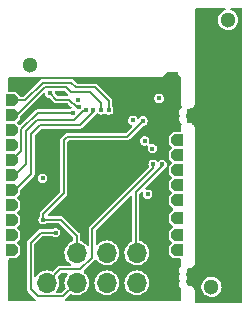
<source format=gbr>
%TF.GenerationSoftware,KiCad,Pcbnew,(5.99.0-10506-gb986797469)*%
%TF.CreationDate,2021-09-09T23:38:44+02:00*%
%TF.ProjectId,ESP31,45535033-312e-46b6-9963-61645f706362,rev?*%
%TF.SameCoordinates,Original*%
%TF.FileFunction,Copper,L4,Bot*%
%TF.FilePolarity,Positive*%
%FSLAX46Y46*%
G04 Gerber Fmt 4.6, Leading zero omitted, Abs format (unit mm)*
G04 Created by KiCad (PCBNEW (5.99.0-10506-gb986797469)) date 2021-09-09 23:38:44*
%MOMM*%
%LPD*%
G01*
G04 APERTURE LIST*
G04 Aperture macros list*
%AMOutline5P*
0 Free polygon, 5 corners , with rotation*
0 The origin of the aperture is its center*
0 number of corners: always 8*
0 $1 to $10 corner X, Y*
0 $11 Rotation angle, in degrees counterclockwise*
0 create outline with 8 corners*
4,1,5,$1,$2,$3,$4,$5,$6,$7,$8,$9,$10,$1,$2,$11*%
%AMOutline6P*
0 Free polygon, 6 corners , with rotation*
0 The origin of the aperture is its center*
0 number of corners: always 6*
0 $1 to $12 corner X, Y*
0 $13 Rotation angle, in degrees counterclockwise*
0 create outline with 6 corners*
4,1,6,$1,$2,$3,$4,$5,$6,$7,$8,$9,$10,$11,$12,$1,$2,$13*%
%AMOutline7P*
0 Free polygon, 7 corners , with rotation*
0 The origin of the aperture is its center*
0 number of corners: always 7*
0 $1 to $14 corner X, Y*
0 $15 Rotation angle, in degrees counterclockwise*
0 create outline with 7 corners*
4,1,7,$1,$2,$3,$4,$5,$6,$7,$8,$9,$10,$11,$12,$13,$14,$1,$2,$15*%
%AMOutline8P*
0 Free polygon, 8 corners , with rotation*
0 The origin of the aperture is its center*
0 number of corners: always 8*
0 $1 to $16 corner X, Y*
0 $17 Rotation angle, in degrees counterclockwise*
0 create outline with 8 corners*
4,1,8,$1,$2,$3,$4,$5,$6,$7,$8,$9,$10,$11,$12,$13,$14,$15,$16,$1,$2,$17*%
G04 Aperture macros list end*
%TA.AperFunction,WasherPad*%
%ADD10C,1.300000*%
%TD*%
%TA.AperFunction,ComponentPad*%
%ADD11Outline6P,0.250000X-0.500000X-0.500000X-0.500000X-0.500000X0.500000X0.250000X0.500000X0.500000X0.250000X0.500000X-0.250000X180.000000*%
%TD*%
%TA.AperFunction,ComponentPad*%
%ADD12Outline6P,0.250000X-0.500000X-0.500000X-0.500000X-0.500000X0.500000X0.250000X0.500000X0.500000X0.250000X0.500000X-0.250000X0.000000*%
%TD*%
%TA.AperFunction,ComponentPad*%
%ADD13R,0.900000X0.500000*%
%TD*%
%TA.AperFunction,ComponentPad*%
%ADD14R,1.700000X1.700000*%
%TD*%
%TA.AperFunction,ComponentPad*%
%ADD15O,1.700000X1.700000*%
%TD*%
%TA.AperFunction,ViaPad*%
%ADD16C,0.400000*%
%TD*%
%TA.AperFunction,Conductor*%
%ADD17C,0.200000*%
%TD*%
G04 APERTURE END LIST*
D10*
%TO.P,,*%
%TO.N,*%
X122800000Y-91000000D03*
%TD*%
%TO.P,,*%
%TO.N,*%
X121400000Y-113600000D03*
%TD*%
%TO.P,REF\u002A\u002A,*%
%TO.N,*%
X106000000Y-94800000D03*
%TD*%
D11*
%TO.P,J10,1,Pin_1*%
%TO.N,/IO5*%
X118500000Y-107780000D03*
%TD*%
%TO.P,J15,1,Pin_1*%
%TO.N,/IO21*%
X118500000Y-101180000D03*
%TD*%
%TO.P,J12,1,Pin_1*%
%TO.N,/IO10*%
X118500000Y-109230000D03*
%TD*%
D12*
%TO.P,J23,1,Pin_1*%
%TO.N,/IO34*%
X104500000Y-102870000D03*
%TD*%
D11*
%TO.P,J14,1,Pin_1*%
%TO.N,/IO19*%
X118500000Y-103720000D03*
%TD*%
%TO.P,J11,1,Pin_1*%
%TO.N,/IO9*%
X118500000Y-110500000D03*
%TD*%
%TO.P,J17,1,Pin_1*%
%TO.N,/IO23*%
X118500000Y-104990000D03*
%TD*%
D12*
%TO.P,J24,1,Pin_1*%
%TO.N,/IO35*%
X104500000Y-100330000D03*
%TD*%
%TO.P,J18,1,Pin_1*%
%TO.N,/IO25*%
X104500000Y-107950000D03*
%TD*%
%TO.P,J20,1,Pin_1*%
%TO.N,/IO27*%
X104500000Y-110490000D03*
%TD*%
%TO.P,J22,1,Pin_1*%
%TO.N,/IO33*%
X104500000Y-106680000D03*
%TD*%
%TO.P,J19,1,Pin_1*%
%TO.N,/IO26*%
X104500000Y-109220000D03*
%TD*%
D11*
%TO.P,J13,1,Pin_1*%
%TO.N,/IO18*%
X118500000Y-106260000D03*
%TD*%
D13*
%TO.P,AE1,2,Shield*%
%TO.N,GND*%
X118150000Y-95625000D03*
%TD*%
D12*
%TO.P,J5,1,Pin_1*%
%TO.N,/CAPN*%
X104500000Y-105410000D03*
%TD*%
%TO.P,J6,1,Pin_1*%
%TO.N,/SENS_VN*%
X104500000Y-104140000D03*
%TD*%
D11*
%TO.P,J16,1,Pin_1*%
%TO.N,/IO22*%
X118500000Y-102450000D03*
%TD*%
D12*
%TO.P,J3,1,Pin_1*%
%TO.N,/SENS_VP*%
X104500000Y-97790000D03*
%TD*%
%TO.P,J21,1,Pin_1*%
%TO.N,/IO32*%
X104500000Y-101600000D03*
%TD*%
%TO.P,J4,1,Pin_1*%
%TO.N,/CAPP*%
X104500000Y-99060000D03*
%TD*%
D14*
%TO.P,J1,1,Pin_1*%
%TO.N,GND*%
X107460000Y-110725000D03*
D15*
%TO.P,J1,2,Pin_2*%
%TO.N,/IO1*%
X107460000Y-113265000D03*
%TO.P,J1,3,Pin_3*%
%TO.N,/IO2*%
X110000000Y-110725000D03*
%TO.P,J1,4,Pin_4*%
%TO.N,/IO4*%
X110000000Y-113265000D03*
%TO.P,J1,5,Pin_5*%
%TO.N,/IO0*%
X112540000Y-110725000D03*
%TO.P,J1,6,Pin_6*%
%TO.N,/EN*%
X112540000Y-113265000D03*
%TO.P,J1,7,Pin_7*%
%TO.N,/IO3*%
X115080000Y-110725000D03*
%TO.P,J1,8,Pin_8*%
%TO.N,+3V3*%
X115080000Y-113265000D03*
%TD*%
D16*
%TO.N,GND*%
X117350000Y-96150000D03*
X116130000Y-97680000D03*
X105200000Y-96200000D03*
X109100000Y-109150000D03*
X113900000Y-97100000D03*
X104550000Y-96200000D03*
X113550000Y-96200000D03*
X111840000Y-112000000D03*
X114850000Y-98150000D03*
X108580000Y-107330000D03*
X118500000Y-98500000D03*
X116530000Y-97200000D03*
X116750000Y-96050000D03*
X111500000Y-103000000D03*
X106650000Y-98200000D03*
X108508800Y-97256600D03*
X104500000Y-113750000D03*
X110500000Y-102000000D03*
X108740000Y-113670000D03*
X118500000Y-97750000D03*
X106050000Y-96200000D03*
X118500000Y-100000000D03*
X115350000Y-96050000D03*
X116750000Y-96600000D03*
X115150000Y-96600000D03*
X112500000Y-102000000D03*
X112500000Y-104000000D03*
X118500000Y-96250000D03*
X111750000Y-96200000D03*
X118500000Y-99250000D03*
X114503200Y-96800000D03*
X114400000Y-96200000D03*
X113374500Y-97587566D03*
X110150000Y-96200000D03*
X118500000Y-112750000D03*
X104500000Y-112750000D03*
X118500000Y-97000000D03*
X110500000Y-104000000D03*
X110810000Y-109140000D03*
X118500000Y-113750000D03*
X115450000Y-98050000D03*
X114450000Y-98700000D03*
%TO.N,/EN*%
X107725000Y-97227600D03*
X110162095Y-98373291D03*
%TO.N,+3V3*%
X110124000Y-97775000D03*
X114750000Y-99500000D03*
X116396800Y-101896800D03*
X115750000Y-101250000D03*
X107100000Y-104400000D03*
X116961978Y-97635519D03*
X116000000Y-105750000D03*
%TO.N,/IO1*%
X116464297Y-103214297D03*
%TO.N,/IO2*%
X107150980Y-107900000D03*
X115590000Y-99560000D03*
%TO.N,/IO4*%
X108200000Y-109000000D03*
%TO.N,/IO3*%
X117211935Y-103241894D03*
%TO.N,/SENS_VN*%
X110808929Y-98625870D03*
%TO.N,/SENS_VP*%
X112700500Y-98625000D03*
%TO.N,/CAPP*%
X112057502Y-98617052D03*
%TO.N,/CAPN*%
X111408098Y-98605879D03*
%TO.N,/IO34*%
X109668798Y-98858724D03*
%TD*%
D17*
%TO.N,/EN*%
X109983014Y-98373291D02*
X109359723Y-97750000D01*
X108253511Y-97756111D02*
X107725000Y-97227600D01*
X110162095Y-98373291D02*
X109983014Y-98373291D01*
X108748566Y-97756111D02*
X108253511Y-97756111D01*
X108754677Y-97750000D02*
X108748566Y-97756111D01*
X109359723Y-97750000D02*
X108754677Y-97750000D01*
%TO.N,/IO1*%
X111309511Y-108690489D02*
X111310000Y-108690000D01*
X108609511Y-112115489D02*
X110310788Y-112115489D01*
X110310788Y-112115489D02*
X111309511Y-111116766D01*
X111309511Y-108690489D02*
X116464297Y-103535703D01*
X111309511Y-111116766D02*
X111309511Y-108690489D01*
X107460000Y-113265000D02*
X108609511Y-112115489D01*
X116464297Y-103535703D02*
X116464297Y-103214297D01*
%TO.N,/IO2*%
X110000000Y-109279323D02*
X110000000Y-110725000D01*
X107150980Y-107449020D02*
X107150980Y-107900000D01*
X115590000Y-99560000D02*
X114270000Y-100880000D01*
X108620677Y-107900000D02*
X110000000Y-109279323D01*
X107150980Y-107900000D02*
X108620677Y-107900000D01*
X108910000Y-101180000D02*
X108910000Y-105690000D01*
X108910000Y-105690000D02*
X107150980Y-107449020D01*
X109210000Y-100880000D02*
X108910000Y-101180000D01*
X114270000Y-100880000D02*
X109210000Y-100880000D01*
%TO.N,/IO4*%
X106080000Y-109865880D02*
X106080000Y-113800000D01*
X108200000Y-109000000D02*
X106945880Y-109000000D01*
X108850489Y-114414511D02*
X110000000Y-113265000D01*
X106945880Y-109000000D02*
X106080000Y-109865880D01*
X106694511Y-114414511D02*
X108850489Y-114414511D01*
X106080000Y-113800000D02*
X106694511Y-114414511D01*
%TO.N,/IO3*%
X117211935Y-103353071D02*
X115000000Y-105565006D01*
X117211935Y-103241894D02*
X117211935Y-103353071D01*
X115000000Y-110645000D02*
X115080000Y-110725000D01*
X115000000Y-105565006D02*
X115000000Y-110645000D01*
%TO.N,/SENS_VN*%
X106658201Y-99466799D02*
X105699040Y-100425960D01*
X105699040Y-103200960D02*
X104760000Y-104140000D01*
X110808929Y-98625870D02*
X110640929Y-98625870D01*
X104760000Y-104140000D02*
X104500000Y-104140000D01*
X109800000Y-99466799D02*
X106658201Y-99466799D01*
X105699040Y-100425960D02*
X105699040Y-103200960D01*
X110640929Y-98625870D02*
X109800000Y-99466799D01*
%TO.N,/SENS_VP*%
X111499511Y-96699511D02*
X110199511Y-96699511D01*
X105610000Y-97790000D02*
X104500000Y-97790000D01*
X107100000Y-96300000D02*
X105610000Y-97790000D01*
X109510723Y-96300000D02*
X107100000Y-96300000D01*
X112700500Y-98625000D02*
X112700500Y-97900500D01*
X110199511Y-96699511D02*
X109910234Y-96699511D01*
X109910234Y-96699511D02*
X109510723Y-96300000D01*
X112700500Y-97900500D02*
X111499511Y-96699511D01*
X110325511Y-96699511D02*
X110199511Y-96699511D01*
%TO.N,/CAPP*%
X109499030Y-97099030D02*
X109099520Y-96699520D01*
X111099031Y-97099031D02*
X109499030Y-97099030D01*
X107265486Y-96699520D02*
X104905006Y-99060000D01*
X104905006Y-99060000D02*
X104500000Y-99060000D01*
X109099520Y-96699520D02*
X107265486Y-96699520D01*
X112057502Y-98617052D02*
X112057502Y-98057502D01*
X112057502Y-98057502D02*
X111099031Y-97099031D01*
%TO.N,/CAPN*%
X104765000Y-105410000D02*
X106125000Y-104050000D01*
X106125000Y-104050000D02*
X106125000Y-100675000D01*
X106875000Y-99925000D02*
X110249076Y-99925000D01*
X106125000Y-100675000D02*
X106875000Y-99925000D01*
X110249076Y-99925000D02*
X111408098Y-98765978D01*
X104500000Y-105410000D02*
X104765000Y-105410000D01*
X111408098Y-98765978D02*
X111408098Y-98605879D01*
%TO.N,/IO34*%
X106701270Y-98858724D02*
X105299521Y-100260473D01*
X105299521Y-100260473D02*
X105299520Y-102070480D01*
X109668798Y-98858724D02*
X106701270Y-98858724D01*
X105299520Y-102070480D02*
X104500000Y-102870000D01*
%TD*%
%TA.AperFunction,Conductor*%
%TO.N,GND*%
G36*
X118417774Y-95418907D02*
G01*
X118428869Y-95428286D01*
X118770286Y-95762806D01*
X118798618Y-95817036D01*
X118800000Y-95833520D01*
X118800000Y-97946418D01*
X118798228Y-97965063D01*
X118794329Y-97985395D01*
X118795638Y-98021172D01*
X118796157Y-98035375D01*
X118793067Y-98035488D01*
X118793232Y-98037213D01*
X118795457Y-98037080D01*
X118795457Y-98037082D01*
X118797360Y-98069002D01*
X118797466Y-98071202D01*
X118798553Y-98100909D01*
X118799467Y-98104335D01*
X118799689Y-98108052D01*
X118801265Y-98113421D01*
X118801266Y-98113424D01*
X118807806Y-98135697D01*
X118808467Y-98138057D01*
X118816842Y-98169434D01*
X118813845Y-98170234D01*
X118814175Y-98172146D01*
X118818164Y-98170974D01*
X118818165Y-98170975D01*
X118834816Y-98227683D01*
X118835009Y-98228619D01*
X118834443Y-98234073D01*
X118845714Y-98265419D01*
X118847537Y-98271008D01*
X118852389Y-98287532D01*
X118855099Y-98292379D01*
X118855883Y-98294245D01*
X118856604Y-98295708D01*
X118858499Y-98300976D01*
X118861526Y-98305686D01*
X118861527Y-98305688D01*
X118867700Y-98315294D01*
X118870822Y-98320497D01*
X118885250Y-98346298D01*
X118897149Y-98406315D01*
X118871499Y-98461864D01*
X118852546Y-98477785D01*
X118760744Y-98537061D01*
X118755679Y-98543486D01*
X118755678Y-98543487D01*
X118731855Y-98573707D01*
X118688473Y-98628737D01*
X118685763Y-98636455D01*
X118685761Y-98636458D01*
X118661443Y-98705706D01*
X118649794Y-98738879D01*
X118648877Y-98855612D01*
X118685821Y-98966349D01*
X118690785Y-98972854D01*
X118690786Y-98972855D01*
X118742284Y-99040333D01*
X118762558Y-99098062D01*
X118741332Y-99161685D01*
X118688473Y-99228737D01*
X118685763Y-99236455D01*
X118685761Y-99236458D01*
X118652505Y-99331159D01*
X118649794Y-99338879D01*
X118648877Y-99455612D01*
X118685821Y-99566349D01*
X118690785Y-99572854D01*
X118690786Y-99572855D01*
X118712519Y-99601331D01*
X118756644Y-99659148D01*
X118763448Y-99663694D01*
X118853487Y-99723857D01*
X118891366Y-99771907D01*
X118893768Y-99833045D01*
X118884808Y-99854642D01*
X118870942Y-99879337D01*
X118867903Y-99884391D01*
X118861603Y-99894193D01*
X118861601Y-99894197D01*
X118858603Y-99898862D01*
X118856717Y-99904078D01*
X118855811Y-99905911D01*
X118855182Y-99907405D01*
X118852443Y-99912283D01*
X118850867Y-99917652D01*
X118850864Y-99917658D01*
X118847645Y-99928621D01*
X118845758Y-99934387D01*
X118838278Y-99955076D01*
X118838277Y-99955081D01*
X118834488Y-99965562D01*
X118835061Y-99971175D01*
X118834844Y-99972221D01*
X118818219Y-100028841D01*
X118815264Y-100027973D01*
X118814873Y-100029664D01*
X118817014Y-100030239D01*
X118808707Y-100061145D01*
X118808093Y-100063327D01*
X118799744Y-100091763D01*
X118799527Y-100095303D01*
X118798560Y-100098899D01*
X118798355Y-100104498D01*
X118798355Y-100104500D01*
X118797507Y-100127699D01*
X118797388Y-100130137D01*
X118795397Y-100162555D01*
X118792301Y-100162365D01*
X118792008Y-100164283D01*
X118796164Y-100164435D01*
X118794336Y-100214413D01*
X118796770Y-100227223D01*
X118798261Y-100235074D01*
X118800000Y-100253551D01*
X118800000Y-100380500D01*
X118781093Y-100438691D01*
X118731593Y-100474655D01*
X118701000Y-100479500D01*
X118166950Y-100479500D01*
X117799500Y-100846950D01*
X117799500Y-101513050D01*
X118031446Y-101744996D01*
X118059223Y-101799513D01*
X118049652Y-101859945D01*
X118031446Y-101885004D01*
X117799500Y-102116950D01*
X117799500Y-102783050D01*
X118031446Y-103014996D01*
X118059223Y-103069513D01*
X118049652Y-103129945D01*
X118031446Y-103155004D01*
X117799500Y-103386950D01*
X117799500Y-104053050D01*
X118031446Y-104284996D01*
X118059223Y-104339513D01*
X118049652Y-104399945D01*
X118031446Y-104425004D01*
X117799500Y-104656950D01*
X117799500Y-105323050D01*
X118031446Y-105554996D01*
X118059223Y-105609513D01*
X118049652Y-105669945D01*
X118031446Y-105695004D01*
X117799500Y-105926950D01*
X117799500Y-106593050D01*
X118156446Y-106949996D01*
X118184223Y-107004513D01*
X118174652Y-107064945D01*
X118156446Y-107090004D01*
X117799500Y-107446950D01*
X117799500Y-108113050D01*
X118121446Y-108434996D01*
X118149223Y-108489513D01*
X118139652Y-108549945D01*
X118121446Y-108575004D01*
X117799500Y-108896950D01*
X117799500Y-109563050D01*
X118031446Y-109794996D01*
X118059223Y-109849513D01*
X118049652Y-109909945D01*
X118031446Y-109935004D01*
X117799500Y-110166950D01*
X117799500Y-110833050D01*
X118166950Y-111200500D01*
X118701000Y-111200500D01*
X118759191Y-111219407D01*
X118795155Y-111268907D01*
X118800000Y-111299500D01*
X118800000Y-111446418D01*
X118798228Y-111465063D01*
X118794329Y-111485395D01*
X118794534Y-111490994D01*
X118796157Y-111535375D01*
X118793067Y-111535488D01*
X118793232Y-111537213D01*
X118795457Y-111537080D01*
X118795457Y-111537082D01*
X118797360Y-111569002D01*
X118797466Y-111571202D01*
X118798553Y-111600909D01*
X118799467Y-111604335D01*
X118799689Y-111608052D01*
X118801265Y-111613421D01*
X118801266Y-111613424D01*
X118807806Y-111635697D01*
X118808467Y-111638057D01*
X118816842Y-111669434D01*
X118813845Y-111670234D01*
X118814175Y-111672146D01*
X118818164Y-111670974D01*
X118818165Y-111670975D01*
X118834816Y-111727683D01*
X118835009Y-111728619D01*
X118834443Y-111734073D01*
X118845714Y-111765419D01*
X118847537Y-111771008D01*
X118852389Y-111787533D01*
X118851154Y-111787896D01*
X118855744Y-111842741D01*
X118824034Y-111895068D01*
X118813070Y-111903275D01*
X118760744Y-111937061D01*
X118688473Y-112028737D01*
X118685763Y-112036455D01*
X118685761Y-112036458D01*
X118654424Y-112125695D01*
X118649794Y-112138879D01*
X118649656Y-112156484D01*
X118649059Y-112232488D01*
X118648877Y-112255612D01*
X118685821Y-112366349D01*
X118690785Y-112372854D01*
X118690786Y-112372855D01*
X118742284Y-112440333D01*
X118762558Y-112498062D01*
X118741332Y-112561685D01*
X118688473Y-112628737D01*
X118685763Y-112636455D01*
X118685761Y-112636458D01*
X118652808Y-112730297D01*
X118649794Y-112738879D01*
X118648877Y-112855612D01*
X118685821Y-112966349D01*
X118690785Y-112972854D01*
X118690786Y-112972855D01*
X118742284Y-113040333D01*
X118762558Y-113098062D01*
X118741332Y-113161685D01*
X118688473Y-113228737D01*
X118685763Y-113236455D01*
X118685761Y-113236458D01*
X118652505Y-113331159D01*
X118649794Y-113338879D01*
X118648877Y-113455612D01*
X118685821Y-113566349D01*
X118756644Y-113659148D01*
X118781158Y-113675528D01*
X118789292Y-113680963D01*
X118827171Y-113729013D01*
X118829280Y-113791168D01*
X118818219Y-113828840D01*
X118815264Y-113827972D01*
X118814873Y-113829664D01*
X118817014Y-113830239D01*
X118808707Y-113861145D01*
X118808093Y-113863327D01*
X118799744Y-113891763D01*
X118799527Y-113895303D01*
X118798560Y-113898899D01*
X118798355Y-113904498D01*
X118798355Y-113904500D01*
X118797507Y-113927699D01*
X118797388Y-113930137D01*
X118795397Y-113962555D01*
X118792301Y-113962365D01*
X118792008Y-113964283D01*
X118796164Y-113964435D01*
X118794336Y-114014413D01*
X118795372Y-114019865D01*
X118798261Y-114035074D01*
X118800000Y-114053551D01*
X118800000Y-114701000D01*
X118781093Y-114759191D01*
X118731593Y-114795155D01*
X118701000Y-114800000D01*
X109134229Y-114800000D01*
X109076038Y-114781093D01*
X109040074Y-114731593D01*
X109040074Y-114670407D01*
X109058062Y-114642623D01*
X109055700Y-114640827D01*
X109072445Y-114618806D01*
X109081245Y-114608726D01*
X109447714Y-114242257D01*
X109502231Y-114214480D01*
X109566012Y-114225840D01*
X109573201Y-114229857D01*
X109573206Y-114229859D01*
X109577432Y-114232221D01*
X109683543Y-114266699D01*
X109768742Y-114294382D01*
X109768745Y-114294383D01*
X109773347Y-114295878D01*
X109977895Y-114320269D01*
X109982717Y-114319898D01*
X109982720Y-114319898D01*
X110178458Y-114304837D01*
X110178463Y-114304836D01*
X110183286Y-114304465D01*
X110381695Y-114249068D01*
X110386013Y-114246887D01*
X110561244Y-114158371D01*
X110561246Y-114158370D01*
X110565565Y-114156188D01*
X110727893Y-114029363D01*
X110731055Y-114025700D01*
X110731060Y-114025695D01*
X110824223Y-113917764D01*
X110862496Y-113873424D01*
X110866054Y-113867162D01*
X110961858Y-113698517D01*
X110961859Y-113698514D01*
X110964247Y-113694311D01*
X110968688Y-113680963D01*
X111027743Y-113503435D01*
X111027743Y-113503433D01*
X111029270Y-113498844D01*
X111030133Y-113492018D01*
X111051763Y-113320792D01*
X111055088Y-113294471D01*
X111055131Y-113291440D01*
X111055461Y-113267776D01*
X111055500Y-113265000D01*
X111054055Y-113250263D01*
X111484603Y-113250263D01*
X111488548Y-113297240D01*
X111500809Y-113443257D01*
X111501840Y-113455538D01*
X111503173Y-113460186D01*
X111503173Y-113460187D01*
X111557285Y-113648897D01*
X111557286Y-113648900D01*
X111558621Y-113653555D01*
X111652782Y-113836773D01*
X111780737Y-113998212D01*
X111784417Y-114001344D01*
X111784419Y-114001346D01*
X111836422Y-114045604D01*
X111937612Y-114131723D01*
X111941835Y-114134083D01*
X111941839Y-114134086D01*
X111987243Y-114159461D01*
X112117432Y-114232221D01*
X112122030Y-114233715D01*
X112308742Y-114294382D01*
X112308745Y-114294383D01*
X112313347Y-114295878D01*
X112517895Y-114320269D01*
X112522717Y-114319898D01*
X112522720Y-114319898D01*
X112718458Y-114304837D01*
X112718463Y-114304836D01*
X112723286Y-114304465D01*
X112921695Y-114249068D01*
X112926013Y-114246887D01*
X113101244Y-114158371D01*
X113101246Y-114158370D01*
X113105565Y-114156188D01*
X113267893Y-114029363D01*
X113271055Y-114025700D01*
X113271060Y-114025695D01*
X113364223Y-113917764D01*
X113402496Y-113873424D01*
X113406054Y-113867162D01*
X113501858Y-113698517D01*
X113501859Y-113698514D01*
X113504247Y-113694311D01*
X113508688Y-113680963D01*
X113567743Y-113503435D01*
X113567743Y-113503433D01*
X113569270Y-113498844D01*
X113570133Y-113492018D01*
X113591763Y-113320792D01*
X113595088Y-113294471D01*
X113595131Y-113291440D01*
X113595461Y-113267776D01*
X113595500Y-113265000D01*
X113594055Y-113250263D01*
X114024603Y-113250263D01*
X114028548Y-113297240D01*
X114040809Y-113443257D01*
X114041840Y-113455538D01*
X114043173Y-113460186D01*
X114043173Y-113460187D01*
X114097285Y-113648897D01*
X114097286Y-113648900D01*
X114098621Y-113653555D01*
X114192782Y-113836773D01*
X114320737Y-113998212D01*
X114324417Y-114001344D01*
X114324419Y-114001346D01*
X114376422Y-114045604D01*
X114477612Y-114131723D01*
X114481835Y-114134083D01*
X114481839Y-114134086D01*
X114527243Y-114159461D01*
X114657432Y-114232221D01*
X114662030Y-114233715D01*
X114848742Y-114294382D01*
X114848745Y-114294383D01*
X114853347Y-114295878D01*
X115057895Y-114320269D01*
X115062717Y-114319898D01*
X115062720Y-114319898D01*
X115258458Y-114304837D01*
X115258463Y-114304836D01*
X115263286Y-114304465D01*
X115461695Y-114249068D01*
X115466013Y-114246887D01*
X115641244Y-114158371D01*
X115641246Y-114158370D01*
X115645565Y-114156188D01*
X115807893Y-114029363D01*
X115811055Y-114025700D01*
X115811060Y-114025695D01*
X115904223Y-113917764D01*
X115942496Y-113873424D01*
X115946054Y-113867162D01*
X116041858Y-113698517D01*
X116041859Y-113698514D01*
X116044247Y-113694311D01*
X116048688Y-113680963D01*
X116107743Y-113503435D01*
X116107743Y-113503433D01*
X116109270Y-113498844D01*
X116110133Y-113492018D01*
X116131763Y-113320792D01*
X116135088Y-113294471D01*
X116135131Y-113291440D01*
X116135461Y-113267776D01*
X116135500Y-113265000D01*
X116133584Y-113245455D01*
X116115870Y-113064796D01*
X116115869Y-113064792D01*
X116115398Y-113059986D01*
X116112493Y-113050362D01*
X116057256Y-112867412D01*
X116055858Y-112862780D01*
X115959148Y-112680895D01*
X115828952Y-112521259D01*
X115803824Y-112500471D01*
X115673955Y-112393034D01*
X115673953Y-112393033D01*
X115670228Y-112389951D01*
X115489023Y-112291973D01*
X115425952Y-112272449D01*
X115296859Y-112232488D01*
X115296855Y-112232487D01*
X115292238Y-112231058D01*
X115287431Y-112230553D01*
X115287427Y-112230552D01*
X115092185Y-112210032D01*
X115092183Y-112210032D01*
X115087369Y-112209526D01*
X115019372Y-112215714D01*
X114887039Y-112227757D01*
X114887036Y-112227758D01*
X114882219Y-112228196D01*
X114877577Y-112229562D01*
X114877573Y-112229563D01*
X114689250Y-112284989D01*
X114689247Y-112284990D01*
X114684603Y-112286357D01*
X114644593Y-112307274D01*
X114506344Y-112379548D01*
X114506340Y-112379551D01*
X114502047Y-112381795D01*
X114498271Y-112384831D01*
X114498268Y-112384833D01*
X114429240Y-112440333D01*
X114341505Y-112510874D01*
X114268736Y-112597597D01*
X114212202Y-112664971D01*
X114212199Y-112664975D01*
X114209093Y-112668677D01*
X114109853Y-112849194D01*
X114047565Y-113045549D01*
X114047025Y-113050361D01*
X114047025Y-113050362D01*
X114041136Y-113102870D01*
X114024603Y-113250263D01*
X113594055Y-113250263D01*
X113593584Y-113245455D01*
X113575870Y-113064796D01*
X113575869Y-113064792D01*
X113575398Y-113059986D01*
X113572493Y-113050362D01*
X113517256Y-112867412D01*
X113515858Y-112862780D01*
X113419148Y-112680895D01*
X113288952Y-112521259D01*
X113263824Y-112500471D01*
X113133955Y-112393034D01*
X113133953Y-112393033D01*
X113130228Y-112389951D01*
X112949023Y-112291973D01*
X112885952Y-112272449D01*
X112756859Y-112232488D01*
X112756855Y-112232487D01*
X112752238Y-112231058D01*
X112747431Y-112230553D01*
X112747427Y-112230552D01*
X112552185Y-112210032D01*
X112552183Y-112210032D01*
X112547369Y-112209526D01*
X112479372Y-112215714D01*
X112347039Y-112227757D01*
X112347036Y-112227758D01*
X112342219Y-112228196D01*
X112337577Y-112229562D01*
X112337573Y-112229563D01*
X112149250Y-112284989D01*
X112149247Y-112284990D01*
X112144603Y-112286357D01*
X112104593Y-112307274D01*
X111966344Y-112379548D01*
X111966340Y-112379551D01*
X111962047Y-112381795D01*
X111958271Y-112384831D01*
X111958268Y-112384833D01*
X111889240Y-112440333D01*
X111801505Y-112510874D01*
X111728736Y-112597597D01*
X111672202Y-112664971D01*
X111672199Y-112664975D01*
X111669093Y-112668677D01*
X111569853Y-112849194D01*
X111507565Y-113045549D01*
X111507025Y-113050361D01*
X111507025Y-113050362D01*
X111501136Y-113102870D01*
X111484603Y-113250263D01*
X111054055Y-113250263D01*
X111053584Y-113245455D01*
X111035870Y-113064796D01*
X111035869Y-113064792D01*
X111035398Y-113059986D01*
X111032493Y-113050362D01*
X110977256Y-112867412D01*
X110975858Y-112862780D01*
X110879148Y-112680895D01*
X110748952Y-112521259D01*
X110723824Y-112500471D01*
X110603501Y-112400931D01*
X110570716Y-112349270D01*
X110574558Y-112288205D01*
X110596602Y-112254646D01*
X111485150Y-111366098D01*
X111487528Y-111364046D01*
X111491658Y-111362027D01*
X111521623Y-111329724D01*
X111524200Y-111327048D01*
X111530745Y-111320503D01*
X111585262Y-111292726D01*
X111645694Y-111302297D01*
X111678335Y-111329013D01*
X111780737Y-111458212D01*
X111784417Y-111461344D01*
X111784419Y-111461346D01*
X111820843Y-111492345D01*
X111937612Y-111591723D01*
X111941835Y-111594083D01*
X111941839Y-111594086D01*
X111993058Y-111622711D01*
X112117432Y-111692221D01*
X112122030Y-111693715D01*
X112308742Y-111754382D01*
X112308745Y-111754383D01*
X112313347Y-111755878D01*
X112517895Y-111780269D01*
X112522717Y-111779898D01*
X112522720Y-111779898D01*
X112718458Y-111764837D01*
X112718463Y-111764836D01*
X112723286Y-111764465D01*
X112921695Y-111709068D01*
X112952633Y-111693440D01*
X113101244Y-111618371D01*
X113101246Y-111618370D01*
X113105565Y-111616188D01*
X113267893Y-111489363D01*
X113271055Y-111485700D01*
X113271060Y-111485695D01*
X113355123Y-111388306D01*
X113402496Y-111333424D01*
X113409837Y-111320503D01*
X113501858Y-111158517D01*
X113501859Y-111158514D01*
X113504247Y-111154311D01*
X113519355Y-111108897D01*
X113567743Y-110963435D01*
X113567743Y-110963433D01*
X113569270Y-110958844D01*
X113574154Y-110920187D01*
X113594740Y-110757225D01*
X113595088Y-110754471D01*
X113595500Y-110725000D01*
X113575398Y-110519986D01*
X113572493Y-110510362D01*
X113517256Y-110327412D01*
X113515858Y-110322780D01*
X113419148Y-110140895D01*
X113288952Y-109981259D01*
X113264892Y-109961355D01*
X113133955Y-109853034D01*
X113133953Y-109853033D01*
X113130228Y-109849951D01*
X113004229Y-109781823D01*
X112953277Y-109754273D01*
X112953276Y-109754272D01*
X112949023Y-109751973D01*
X112857187Y-109723545D01*
X112756859Y-109692488D01*
X112756855Y-109692487D01*
X112752238Y-109691058D01*
X112747431Y-109690553D01*
X112747427Y-109690552D01*
X112552185Y-109670032D01*
X112552183Y-109670032D01*
X112547369Y-109669526D01*
X112479372Y-109675714D01*
X112347039Y-109687757D01*
X112347036Y-109687758D01*
X112342219Y-109688196D01*
X112337577Y-109689562D01*
X112337573Y-109689563D01*
X112149250Y-109744989D01*
X112149247Y-109744990D01*
X112144603Y-109746357D01*
X112106366Y-109766347D01*
X111966344Y-109839548D01*
X111966340Y-109839551D01*
X111962047Y-109841795D01*
X111958271Y-109844831D01*
X111958268Y-109844833D01*
X111899940Y-109891730D01*
X111801505Y-109970874D01*
X111798396Y-109974579D01*
X111798392Y-109974583D01*
X111784850Y-109990722D01*
X111732962Y-110023146D01*
X111671926Y-110018879D01*
X111625055Y-109979550D01*
X111610011Y-109927087D01*
X111610011Y-108855968D01*
X111628918Y-108797777D01*
X111639007Y-108785964D01*
X114530496Y-105894475D01*
X114585013Y-105866698D01*
X114645445Y-105876269D01*
X114688710Y-105919534D01*
X114699500Y-105964479D01*
X114699500Y-109678613D01*
X114680593Y-109736804D01*
X114646366Y-109766347D01*
X114506344Y-109839548D01*
X114506340Y-109839551D01*
X114502047Y-109841795D01*
X114498271Y-109844831D01*
X114498268Y-109844833D01*
X114439940Y-109891730D01*
X114341505Y-109970874D01*
X114297644Y-110023146D01*
X114212202Y-110124971D01*
X114212199Y-110124975D01*
X114209093Y-110128677D01*
X114109853Y-110309194D01*
X114047565Y-110505549D01*
X114024603Y-110710263D01*
X114041840Y-110915538D01*
X114043173Y-110920186D01*
X114043173Y-110920187D01*
X114070400Y-111015136D01*
X114098621Y-111113555D01*
X114192782Y-111296773D01*
X114320737Y-111458212D01*
X114324417Y-111461344D01*
X114324419Y-111461346D01*
X114360843Y-111492345D01*
X114477612Y-111591723D01*
X114481835Y-111594083D01*
X114481839Y-111594086D01*
X114533058Y-111622711D01*
X114657432Y-111692221D01*
X114662030Y-111693715D01*
X114848742Y-111754382D01*
X114848745Y-111754383D01*
X114853347Y-111755878D01*
X115057895Y-111780269D01*
X115062717Y-111779898D01*
X115062720Y-111779898D01*
X115258458Y-111764837D01*
X115258463Y-111764836D01*
X115263286Y-111764465D01*
X115461695Y-111709068D01*
X115492633Y-111693440D01*
X115641244Y-111618371D01*
X115641246Y-111618370D01*
X115645565Y-111616188D01*
X115807893Y-111489363D01*
X115811055Y-111485700D01*
X115811060Y-111485695D01*
X115895123Y-111388306D01*
X115942496Y-111333424D01*
X115949837Y-111320503D01*
X116041858Y-111158517D01*
X116041859Y-111158514D01*
X116044247Y-111154311D01*
X116059355Y-111108897D01*
X116107743Y-110963435D01*
X116107743Y-110963433D01*
X116109270Y-110958844D01*
X116114154Y-110920187D01*
X116134740Y-110757225D01*
X116135088Y-110754471D01*
X116135500Y-110725000D01*
X116115398Y-110519986D01*
X116112493Y-110510362D01*
X116057256Y-110327412D01*
X116055858Y-110322780D01*
X115959148Y-110140895D01*
X115828952Y-109981259D01*
X115804892Y-109961355D01*
X115673955Y-109853034D01*
X115673953Y-109853033D01*
X115670228Y-109849951D01*
X115544229Y-109781823D01*
X115493277Y-109754273D01*
X115493276Y-109754272D01*
X115489023Y-109751973D01*
X115426555Y-109732636D01*
X115370225Y-109715199D01*
X115320228Y-109679929D01*
X115300500Y-109620626D01*
X115300500Y-105730485D01*
X115319407Y-105672294D01*
X115329496Y-105660481D01*
X115445769Y-105544208D01*
X115500286Y-105516431D01*
X115560718Y-105526002D01*
X115603983Y-105569267D01*
X115613554Y-105629699D01*
X115607180Y-105669945D01*
X115594500Y-105750000D01*
X115595719Y-105757696D01*
X115612984Y-105866698D01*
X115614347Y-105875306D01*
X115617883Y-105882246D01*
X115659783Y-105964479D01*
X115671944Y-105988347D01*
X115761653Y-106078056D01*
X115768590Y-106081591D01*
X115768592Y-106081592D01*
X115867754Y-106132117D01*
X115874694Y-106135653D01*
X115882388Y-106136872D01*
X115882389Y-106136872D01*
X115992304Y-106154281D01*
X116000000Y-106155500D01*
X116007696Y-106154281D01*
X116117611Y-106136872D01*
X116117612Y-106136872D01*
X116125306Y-106135653D01*
X116132246Y-106132117D01*
X116231408Y-106081592D01*
X116231410Y-106081591D01*
X116238347Y-106078056D01*
X116328056Y-105988347D01*
X116340218Y-105964479D01*
X116382117Y-105882246D01*
X116385653Y-105875306D01*
X116387017Y-105866698D01*
X116404281Y-105757696D01*
X116405500Y-105750000D01*
X116385653Y-105624694D01*
X116355507Y-105565529D01*
X116331592Y-105518592D01*
X116331591Y-105518590D01*
X116328056Y-105511653D01*
X116238347Y-105421944D01*
X116231410Y-105418409D01*
X116231408Y-105418408D01*
X116132246Y-105367883D01*
X116125306Y-105364347D01*
X116117612Y-105363128D01*
X116117611Y-105363128D01*
X116007696Y-105345719D01*
X116000000Y-105344500D01*
X115992304Y-105345719D01*
X115879699Y-105363554D01*
X115819267Y-105353983D01*
X115776002Y-105310718D01*
X115766431Y-105250286D01*
X115794208Y-105195769D01*
X117377510Y-103612467D01*
X117402569Y-103594261D01*
X117443343Y-103573486D01*
X117443345Y-103573485D01*
X117450282Y-103569950D01*
X117539991Y-103480241D01*
X117558730Y-103443465D01*
X117594052Y-103374140D01*
X117597588Y-103367200D01*
X117617435Y-103241894D01*
X117603673Y-103155004D01*
X117598807Y-103124283D01*
X117598807Y-103124282D01*
X117597588Y-103116588D01*
X117591931Y-103105486D01*
X117543527Y-103010486D01*
X117543526Y-103010484D01*
X117539991Y-103003547D01*
X117450282Y-102913838D01*
X117443345Y-102910303D01*
X117443343Y-102910302D01*
X117344181Y-102859777D01*
X117337241Y-102856241D01*
X117329547Y-102855022D01*
X117329546Y-102855022D01*
X117219631Y-102837613D01*
X117211935Y-102836394D01*
X117204239Y-102837613D01*
X117094324Y-102855022D01*
X117094323Y-102855022D01*
X117086629Y-102856241D01*
X117079689Y-102859777D01*
X116980527Y-102910302D01*
X116980525Y-102910303D01*
X116973588Y-102913838D01*
X116968082Y-102919344D01*
X116968078Y-102919347D01*
X116921919Y-102965507D01*
X116867403Y-102993285D01*
X116806971Y-102983714D01*
X116781911Y-102965508D01*
X116702644Y-102886241D01*
X116695707Y-102882706D01*
X116695705Y-102882705D01*
X116596543Y-102832180D01*
X116589603Y-102828644D01*
X116581909Y-102827425D01*
X116581908Y-102827425D01*
X116471993Y-102810016D01*
X116464297Y-102808797D01*
X116456601Y-102810016D01*
X116346686Y-102827425D01*
X116346685Y-102827425D01*
X116338991Y-102828644D01*
X116332051Y-102832180D01*
X116232889Y-102882705D01*
X116232887Y-102882706D01*
X116225950Y-102886241D01*
X116136241Y-102975950D01*
X116132706Y-102982887D01*
X116132705Y-102982889D01*
X116088568Y-103069513D01*
X116078644Y-103088991D01*
X116058797Y-103214297D01*
X116078644Y-103339603D01*
X116082179Y-103346541D01*
X116082181Y-103346547D01*
X116098909Y-103379378D01*
X116108480Y-103439811D01*
X116080703Y-103494326D01*
X113600032Y-105974996D01*
X111133867Y-108441161D01*
X111131493Y-108443210D01*
X111127364Y-108445228D01*
X111121147Y-108451930D01*
X111097411Y-108477518D01*
X111094834Y-108480194D01*
X111078042Y-108496986D01*
X111075463Y-108500745D01*
X111073734Y-108502826D01*
X111070171Y-108506883D01*
X111057501Y-108520541D01*
X111057499Y-108520544D01*
X111051284Y-108527244D01*
X111047023Y-108537925D01*
X111036708Y-108557242D01*
X111030207Y-108566718D01*
X111024060Y-108592620D01*
X111019694Y-108606423D01*
X111009829Y-108631150D01*
X111009011Y-108639493D01*
X111009011Y-108644443D01*
X111006540Y-108665562D01*
X111006486Y-108666672D01*
X111004375Y-108675566D01*
X111005608Y-108684623D01*
X111008107Y-108702989D01*
X111009011Y-108716339D01*
X111009011Y-110022099D01*
X110990104Y-110080290D01*
X110940604Y-110116254D01*
X110879418Y-110116254D01*
X110833292Y-110084670D01*
X110752012Y-109985011D01*
X110748952Y-109981259D01*
X110724892Y-109961355D01*
X110593955Y-109853034D01*
X110593953Y-109853033D01*
X110590228Y-109849951D01*
X110464229Y-109781823D01*
X110413277Y-109754273D01*
X110413276Y-109754272D01*
X110409023Y-109751973D01*
X110376718Y-109741973D01*
X110370225Y-109739963D01*
X110320228Y-109704693D01*
X110300500Y-109645390D01*
X110300500Y-109331431D01*
X110300730Y-109328299D01*
X110302223Y-109323951D01*
X110300570Y-109279921D01*
X110300500Y-109276208D01*
X110300500Y-109252477D01*
X110299664Y-109247987D01*
X110299417Y-109245317D01*
X110299068Y-109239926D01*
X110298749Y-109231408D01*
X110298026Y-109212160D01*
X110293486Y-109201592D01*
X110287122Y-109180646D01*
X110286690Y-109178327D01*
X110285017Y-109169344D01*
X110280222Y-109161566D01*
X110280221Y-109161562D01*
X110271052Y-109146687D01*
X110264368Y-109133820D01*
X110257404Y-109117611D01*
X110253866Y-109109375D01*
X110248545Y-109102897D01*
X110245042Y-109099394D01*
X110231861Y-109082719D01*
X110231113Y-109081894D01*
X110226316Y-109074112D01*
X110204294Y-109057366D01*
X110194215Y-109048567D01*
X108870005Y-107724356D01*
X108867956Y-107721982D01*
X108865938Y-107717853D01*
X108833648Y-107687900D01*
X108830972Y-107685323D01*
X108814180Y-107668531D01*
X108810421Y-107665952D01*
X108808340Y-107664223D01*
X108804283Y-107660660D01*
X108790625Y-107647990D01*
X108790622Y-107647988D01*
X108783922Y-107641773D01*
X108773241Y-107637512D01*
X108753924Y-107627197D01*
X108744448Y-107620696D01*
X108718546Y-107614549D01*
X108704743Y-107610183D01*
X108680016Y-107600318D01*
X108671673Y-107599500D01*
X108666723Y-107599500D01*
X108645604Y-107597029D01*
X108644494Y-107596975D01*
X108635600Y-107594864D01*
X108614202Y-107597776D01*
X108608177Y-107598596D01*
X108594827Y-107599500D01*
X107664479Y-107599500D01*
X107606288Y-107580593D01*
X107570324Y-107531093D01*
X107570324Y-107469907D01*
X107594475Y-107430496D01*
X109085644Y-105939328D01*
X109088018Y-105937279D01*
X109092147Y-105935261D01*
X109099857Y-105926950D01*
X109122100Y-105902971D01*
X109124677Y-105900295D01*
X109141469Y-105883503D01*
X109144048Y-105879744D01*
X109145777Y-105877663D01*
X109149340Y-105873606D01*
X109162010Y-105859948D01*
X109162012Y-105859945D01*
X109168227Y-105853245D01*
X109172488Y-105842564D01*
X109182805Y-105823244D01*
X109184133Y-105821309D01*
X109189304Y-105813771D01*
X109195451Y-105787869D01*
X109199817Y-105774066D01*
X109209682Y-105749339D01*
X109210500Y-105740996D01*
X109210500Y-105736046D01*
X109212971Y-105714927D01*
X109213025Y-105713817D01*
X109215136Y-105704923D01*
X109211404Y-105677500D01*
X109210500Y-105664150D01*
X109210500Y-101345478D01*
X109229407Y-101287287D01*
X109239497Y-101275474D01*
X109264971Y-101250000D01*
X115344500Y-101250000D01*
X115345719Y-101257696D01*
X115359623Y-101345478D01*
X115364347Y-101375306D01*
X115367883Y-101382246D01*
X115397928Y-101441212D01*
X115421944Y-101488347D01*
X115511653Y-101578056D01*
X115518590Y-101581591D01*
X115518592Y-101581592D01*
X115600434Y-101623292D01*
X115624694Y-101635653D01*
X115632388Y-101636872D01*
X115632389Y-101636872D01*
X115722037Y-101651071D01*
X115733882Y-101652947D01*
X115742304Y-101654281D01*
X115750000Y-101655500D01*
X115757696Y-101654281D01*
X115766119Y-101652947D01*
X115777963Y-101651071D01*
X115867611Y-101636872D01*
X115867612Y-101636872D01*
X115875306Y-101635653D01*
X115882246Y-101632117D01*
X115889660Y-101629708D01*
X115890200Y-101631371D01*
X115941216Y-101623292D01*
X115995732Y-101651071D01*
X116023509Y-101705588D01*
X116015429Y-101756600D01*
X116017092Y-101757140D01*
X116014683Y-101764554D01*
X116011147Y-101771494D01*
X115991300Y-101896800D01*
X116011147Y-102022106D01*
X116014683Y-102029046D01*
X116064910Y-102127622D01*
X116068744Y-102135147D01*
X116158453Y-102224856D01*
X116165390Y-102228391D01*
X116165392Y-102228392D01*
X116264554Y-102278917D01*
X116271494Y-102282453D01*
X116279188Y-102283672D01*
X116279189Y-102283672D01*
X116389104Y-102301081D01*
X116396800Y-102302300D01*
X116404496Y-102301081D01*
X116514411Y-102283672D01*
X116514412Y-102283672D01*
X116522106Y-102282453D01*
X116529046Y-102278917D01*
X116628208Y-102228392D01*
X116628210Y-102228391D01*
X116635147Y-102224856D01*
X116724856Y-102135147D01*
X116728691Y-102127622D01*
X116778917Y-102029046D01*
X116782453Y-102022106D01*
X116802300Y-101896800D01*
X116782453Y-101771494D01*
X116749923Y-101707650D01*
X116728392Y-101665392D01*
X116728391Y-101665390D01*
X116724856Y-101658453D01*
X116635147Y-101568744D01*
X116628210Y-101565209D01*
X116628208Y-101565208D01*
X116529046Y-101514683D01*
X116522106Y-101511147D01*
X116514412Y-101509928D01*
X116514411Y-101509928D01*
X116424098Y-101495624D01*
X116396800Y-101491300D01*
X116369502Y-101495624D01*
X116279189Y-101509928D01*
X116279188Y-101509928D01*
X116271494Y-101511147D01*
X116264554Y-101514683D01*
X116257140Y-101517092D01*
X116256600Y-101515429D01*
X116205584Y-101523508D01*
X116151068Y-101495729D01*
X116123291Y-101441212D01*
X116131371Y-101390200D01*
X116129708Y-101389660D01*
X116132117Y-101382246D01*
X116135653Y-101375306D01*
X116140378Y-101345478D01*
X116154281Y-101257696D01*
X116155500Y-101250000D01*
X116144321Y-101179418D01*
X116136872Y-101132389D01*
X116136872Y-101132388D01*
X116135653Y-101124694D01*
X116121004Y-101095943D01*
X116081592Y-101018592D01*
X116081591Y-101018590D01*
X116078056Y-101011653D01*
X115988347Y-100921944D01*
X115981410Y-100918409D01*
X115981408Y-100918408D01*
X115882246Y-100867883D01*
X115875306Y-100864347D01*
X115867612Y-100863128D01*
X115867611Y-100863128D01*
X115757696Y-100845719D01*
X115750000Y-100844500D01*
X115742304Y-100845719D01*
X115632389Y-100863128D01*
X115632388Y-100863128D01*
X115624694Y-100864347D01*
X115617754Y-100867883D01*
X115518592Y-100918408D01*
X115518590Y-100918409D01*
X115511653Y-100921944D01*
X115421944Y-101011653D01*
X115418409Y-101018590D01*
X115418408Y-101018592D01*
X115378996Y-101095943D01*
X115364347Y-101124694D01*
X115363128Y-101132388D01*
X115363128Y-101132389D01*
X115355679Y-101179418D01*
X115344500Y-101250000D01*
X109264971Y-101250000D01*
X109305476Y-101209496D01*
X109359993Y-101181719D01*
X109375479Y-101180500D01*
X114217892Y-101180500D01*
X114221024Y-101180730D01*
X114225372Y-101182223D01*
X114234508Y-101181880D01*
X114269401Y-101180570D01*
X114273115Y-101180500D01*
X114296846Y-101180500D01*
X114301330Y-101179665D01*
X114304004Y-101179418D01*
X114309389Y-101179069D01*
X114328029Y-101178369D01*
X114328030Y-101178369D01*
X114337162Y-101178026D01*
X114345557Y-101174420D01*
X114345559Y-101174419D01*
X114347730Y-101173486D01*
X114368674Y-101167123D01*
X114370168Y-101166844D01*
X114370992Y-101166691D01*
X114370993Y-101166691D01*
X114379979Y-101165017D01*
X114387761Y-101160220D01*
X114387764Y-101160219D01*
X114402636Y-101151052D01*
X114415499Y-101144370D01*
X114439948Y-101133866D01*
X114446426Y-101128545D01*
X114449929Y-101125042D01*
X114466604Y-101111861D01*
X114467429Y-101111113D01*
X114475211Y-101106316D01*
X114491957Y-101084294D01*
X114500756Y-101074215D01*
X115590391Y-99984580D01*
X115644908Y-99956803D01*
X115707611Y-99946872D01*
X115707612Y-99946872D01*
X115715306Y-99945653D01*
X115742457Y-99931819D01*
X115821408Y-99891592D01*
X115821410Y-99891591D01*
X115828347Y-99888056D01*
X115918056Y-99798347D01*
X115938296Y-99758625D01*
X115972117Y-99692246D01*
X115975653Y-99685306D01*
X115980827Y-99652643D01*
X115994281Y-99567696D01*
X115995500Y-99560000D01*
X115987473Y-99509319D01*
X115976872Y-99442389D01*
X115976872Y-99442388D01*
X115975653Y-99434694D01*
X115957976Y-99400000D01*
X115921592Y-99328592D01*
X115921591Y-99328590D01*
X115918056Y-99321653D01*
X115828347Y-99231944D01*
X115821410Y-99228409D01*
X115821408Y-99228408D01*
X115722246Y-99177883D01*
X115715306Y-99174347D01*
X115707612Y-99173128D01*
X115707611Y-99173128D01*
X115597696Y-99155719D01*
X115590000Y-99154500D01*
X115582304Y-99155719D01*
X115472389Y-99173128D01*
X115472388Y-99173128D01*
X115464694Y-99174347D01*
X115457754Y-99177883D01*
X115358592Y-99228408D01*
X115358590Y-99228409D01*
X115351653Y-99231944D01*
X115261944Y-99321653D01*
X115261088Y-99320797D01*
X115217913Y-99352170D01*
X115156727Y-99352174D01*
X115107225Y-99316213D01*
X115099104Y-99302962D01*
X115081592Y-99268592D01*
X115081591Y-99268590D01*
X115078056Y-99261653D01*
X114988347Y-99171944D01*
X114981410Y-99168409D01*
X114981408Y-99168408D01*
X114882246Y-99117883D01*
X114875306Y-99114347D01*
X114867612Y-99113128D01*
X114867611Y-99113128D01*
X114757696Y-99095719D01*
X114750000Y-99094500D01*
X114742304Y-99095719D01*
X114632389Y-99113128D01*
X114632388Y-99113128D01*
X114624694Y-99114347D01*
X114617754Y-99117883D01*
X114518592Y-99168408D01*
X114518590Y-99168409D01*
X114511653Y-99171944D01*
X114421944Y-99261653D01*
X114418409Y-99268590D01*
X114418408Y-99268592D01*
X114378426Y-99347062D01*
X114364347Y-99374694D01*
X114363128Y-99382388D01*
X114363128Y-99382389D01*
X114360339Y-99400000D01*
X114344500Y-99500000D01*
X114345719Y-99507696D01*
X114357985Y-99585136D01*
X114364347Y-99625306D01*
X114367883Y-99632246D01*
X114411245Y-99717348D01*
X114421944Y-99738347D01*
X114511653Y-99828056D01*
X114518590Y-99831591D01*
X114518592Y-99831592D01*
X114617753Y-99882117D01*
X114617756Y-99882118D01*
X114624694Y-99885653D01*
X114632390Y-99886872D01*
X114634046Y-99887410D01*
X114683546Y-99923373D01*
X114702455Y-99981563D01*
X114683549Y-100039754D01*
X114673459Y-100051569D01*
X114174524Y-100550504D01*
X114120007Y-100578281D01*
X114104520Y-100579500D01*
X109262108Y-100579500D01*
X109258976Y-100579270D01*
X109254628Y-100577777D01*
X109245492Y-100578120D01*
X109210599Y-100579430D01*
X109206885Y-100579500D01*
X109183154Y-100579500D01*
X109178670Y-100580335D01*
X109175996Y-100580582D01*
X109170611Y-100580931D01*
X109151971Y-100581631D01*
X109151970Y-100581631D01*
X109142838Y-100581974D01*
X109134443Y-100585580D01*
X109134441Y-100585581D01*
X109132270Y-100586514D01*
X109111326Y-100592877D01*
X109109832Y-100593156D01*
X109109008Y-100593309D01*
X109109007Y-100593309D01*
X109100021Y-100594983D01*
X109092239Y-100599780D01*
X109092236Y-100599781D01*
X109077364Y-100608948D01*
X109064501Y-100615630D01*
X109040052Y-100626134D01*
X109033574Y-100631455D01*
X109030071Y-100634958D01*
X109013395Y-100648139D01*
X109012568Y-100648889D01*
X109004789Y-100653684D01*
X108999258Y-100660958D01*
X108988041Y-100675709D01*
X108979240Y-100685789D01*
X108734358Y-100930671D01*
X108731983Y-100932721D01*
X108727853Y-100934739D01*
X108721635Y-100941442D01*
X108697900Y-100967029D01*
X108695323Y-100969705D01*
X108678531Y-100986497D01*
X108675952Y-100990256D01*
X108674223Y-100992337D01*
X108670660Y-100996394D01*
X108657990Y-101010052D01*
X108657988Y-101010055D01*
X108651773Y-101016755D01*
X108647512Y-101027436D01*
X108637197Y-101046753D01*
X108630696Y-101056229D01*
X108624549Y-101082131D01*
X108620183Y-101095934D01*
X108610318Y-101120661D01*
X108609500Y-101129004D01*
X108609500Y-101133954D01*
X108607029Y-101155073D01*
X108606975Y-101156183D01*
X108604864Y-101165077D01*
X108606816Y-101179418D01*
X108608596Y-101192500D01*
X108609500Y-101205850D01*
X108609500Y-105524521D01*
X108590593Y-105582712D01*
X108580504Y-105594525D01*
X106975336Y-107199692D01*
X106972962Y-107201741D01*
X106968833Y-107203759D01*
X106962616Y-107210461D01*
X106938880Y-107236049D01*
X106936303Y-107238725D01*
X106919511Y-107255517D01*
X106916932Y-107259276D01*
X106915203Y-107261357D01*
X106911640Y-107265414D01*
X106898970Y-107279072D01*
X106898968Y-107279075D01*
X106892753Y-107285775D01*
X106888492Y-107296456D01*
X106878177Y-107315773D01*
X106871676Y-107325249D01*
X106865529Y-107351151D01*
X106861163Y-107364954D01*
X106851298Y-107389681D01*
X106850480Y-107398024D01*
X106850480Y-107402974D01*
X106848009Y-107424093D01*
X106847955Y-107425203D01*
X106845844Y-107434097D01*
X106848756Y-107455495D01*
X106849576Y-107461520D01*
X106850480Y-107474870D01*
X106850480Y-107593631D01*
X106831573Y-107651821D01*
X106828430Y-107656147D01*
X106822924Y-107661653D01*
X106819389Y-107668590D01*
X106819388Y-107668592D01*
X106796570Y-107713376D01*
X106765327Y-107774694D01*
X106745480Y-107900000D01*
X106765327Y-108025306D01*
X106768863Y-108032246D01*
X106810035Y-108113050D01*
X106822924Y-108138347D01*
X106912633Y-108228056D01*
X106919570Y-108231591D01*
X106919572Y-108231592D01*
X106999620Y-108272378D01*
X107025674Y-108285653D01*
X107033368Y-108286872D01*
X107033369Y-108286872D01*
X107143284Y-108304281D01*
X107150980Y-108305500D01*
X107158676Y-108304281D01*
X107268591Y-108286872D01*
X107268592Y-108286872D01*
X107276286Y-108285653D01*
X107302340Y-108272378D01*
X107382388Y-108231592D01*
X107382390Y-108231591D01*
X107389327Y-108228056D01*
X107394833Y-108222550D01*
X107399159Y-108219407D01*
X107457349Y-108200500D01*
X108455198Y-108200500D01*
X108513389Y-108219407D01*
X108525202Y-108229496D01*
X109670504Y-109374798D01*
X109698281Y-109429315D01*
X109699500Y-109444802D01*
X109699500Y-109644366D01*
X109680593Y-109702557D01*
X109628452Y-109739338D01*
X109604603Y-109746357D01*
X109566366Y-109766347D01*
X109426344Y-109839548D01*
X109426340Y-109839551D01*
X109422047Y-109841795D01*
X109418271Y-109844831D01*
X109418268Y-109844833D01*
X109359940Y-109891730D01*
X109261505Y-109970874D01*
X109217644Y-110023146D01*
X109132202Y-110124971D01*
X109132199Y-110124975D01*
X109129093Y-110128677D01*
X109029853Y-110309194D01*
X108967565Y-110505549D01*
X108944603Y-110710263D01*
X108961840Y-110915538D01*
X108963173Y-110920186D01*
X108963173Y-110920187D01*
X108990400Y-111015136D01*
X109018621Y-111113555D01*
X109112782Y-111296773D01*
X109240737Y-111458212D01*
X109244417Y-111461344D01*
X109244419Y-111461346D01*
X109280843Y-111492345D01*
X109397612Y-111591723D01*
X109401835Y-111594083D01*
X109401839Y-111594086D01*
X109465331Y-111629570D01*
X109506903Y-111674463D01*
X109514148Y-111735218D01*
X109484298Y-111788628D01*
X109428755Y-111814293D01*
X109417033Y-111814989D01*
X108661619Y-111814989D01*
X108658487Y-111814759D01*
X108654139Y-111813266D01*
X108645003Y-111813609D01*
X108610110Y-111814919D01*
X108606396Y-111814989D01*
X108582665Y-111814989D01*
X108578181Y-111815824D01*
X108575507Y-111816071D01*
X108570122Y-111816420D01*
X108551482Y-111817120D01*
X108551481Y-111817120D01*
X108542349Y-111817463D01*
X108533954Y-111821069D01*
X108533952Y-111821070D01*
X108531781Y-111822003D01*
X108510837Y-111828366D01*
X108509343Y-111828645D01*
X108508519Y-111828798D01*
X108508518Y-111828798D01*
X108499532Y-111830472D01*
X108491750Y-111835269D01*
X108491747Y-111835270D01*
X108476875Y-111844437D01*
X108464012Y-111851119D01*
X108439563Y-111861623D01*
X108433085Y-111866944D01*
X108429582Y-111870447D01*
X108412907Y-111883628D01*
X108412082Y-111884376D01*
X108404300Y-111889173D01*
X108398768Y-111896448D01*
X108398767Y-111896449D01*
X108387555Y-111911194D01*
X108378755Y-111921274D01*
X108011442Y-112288587D01*
X107956925Y-112316364D01*
X107894351Y-112305668D01*
X107873277Y-112294273D01*
X107873276Y-112294272D01*
X107869023Y-112291973D01*
X107805952Y-112272449D01*
X107676859Y-112232488D01*
X107676855Y-112232487D01*
X107672238Y-112231058D01*
X107667431Y-112230553D01*
X107667427Y-112230552D01*
X107472185Y-112210032D01*
X107472183Y-112210032D01*
X107467369Y-112209526D01*
X107399372Y-112215714D01*
X107267039Y-112227757D01*
X107267036Y-112227758D01*
X107262219Y-112228196D01*
X107257577Y-112229562D01*
X107257573Y-112229563D01*
X107069250Y-112284989D01*
X107069247Y-112284990D01*
X107064603Y-112286357D01*
X107024593Y-112307274D01*
X106886344Y-112379548D01*
X106886340Y-112379551D01*
X106882047Y-112381795D01*
X106878271Y-112384831D01*
X106878268Y-112384833D01*
X106809240Y-112440333D01*
X106721505Y-112510874D01*
X106648736Y-112597597D01*
X106592202Y-112664971D01*
X106592199Y-112664975D01*
X106589093Y-112668677D01*
X106580027Y-112685168D01*
X106566254Y-112710221D01*
X106521652Y-112752105D01*
X106460949Y-112759773D01*
X106407332Y-112730297D01*
X106381281Y-112674935D01*
X106380500Y-112662527D01*
X106380500Y-110031359D01*
X106399407Y-109973168D01*
X106409496Y-109961355D01*
X107041355Y-109329496D01*
X107095872Y-109301719D01*
X107111359Y-109300500D01*
X107893631Y-109300500D01*
X107951821Y-109319407D01*
X107956147Y-109322550D01*
X107961653Y-109328056D01*
X107968590Y-109331591D01*
X107968592Y-109331592D01*
X108067754Y-109382117D01*
X108074694Y-109385653D01*
X108082388Y-109386872D01*
X108082389Y-109386872D01*
X108192304Y-109404281D01*
X108200000Y-109405500D01*
X108207696Y-109404281D01*
X108317611Y-109386872D01*
X108317612Y-109386872D01*
X108325306Y-109385653D01*
X108332246Y-109382117D01*
X108431408Y-109331592D01*
X108431410Y-109331591D01*
X108438347Y-109328056D01*
X108528056Y-109238347D01*
X108536746Y-109221293D01*
X108582117Y-109132246D01*
X108585653Y-109125306D01*
X108605500Y-109000000D01*
X108601176Y-108972702D01*
X108586872Y-108882389D01*
X108586872Y-108882388D01*
X108585653Y-108874694D01*
X108555217Y-108814960D01*
X108531592Y-108768592D01*
X108531591Y-108768590D01*
X108528056Y-108761653D01*
X108438347Y-108671944D01*
X108431410Y-108668409D01*
X108431408Y-108668408D01*
X108332246Y-108617883D01*
X108325306Y-108614347D01*
X108317612Y-108613128D01*
X108317611Y-108613128D01*
X108207696Y-108595719D01*
X108200000Y-108594500D01*
X108192304Y-108595719D01*
X108082389Y-108613128D01*
X108082388Y-108613128D01*
X108074694Y-108614347D01*
X108067754Y-108617883D01*
X107968592Y-108668408D01*
X107968590Y-108668409D01*
X107961653Y-108671944D01*
X107956147Y-108677450D01*
X107951821Y-108680593D01*
X107893631Y-108699500D01*
X106997988Y-108699500D01*
X106994856Y-108699270D01*
X106990508Y-108697777D01*
X106981372Y-108698120D01*
X106946479Y-108699430D01*
X106942765Y-108699500D01*
X106919034Y-108699500D01*
X106914544Y-108700336D01*
X106911874Y-108700583D01*
X106906493Y-108700931D01*
X106894752Y-108701372D01*
X106887850Y-108701631D01*
X106887849Y-108701631D01*
X106878717Y-108701974D01*
X106870322Y-108705580D01*
X106870320Y-108705581D01*
X106868149Y-108706514D01*
X106847204Y-108712878D01*
X106835901Y-108714983D01*
X106828123Y-108719778D01*
X106828119Y-108719779D01*
X106813244Y-108728948D01*
X106800381Y-108735630D01*
X106775932Y-108746134D01*
X106769454Y-108751455D01*
X106765951Y-108754958D01*
X106749276Y-108768139D01*
X106748451Y-108768887D01*
X106740669Y-108773684D01*
X106735137Y-108780959D01*
X106735136Y-108780960D01*
X106723924Y-108795705D01*
X106715124Y-108805785D01*
X105904356Y-109616552D01*
X105901982Y-109618601D01*
X105897853Y-109620619D01*
X105891636Y-109627321D01*
X105867900Y-109652909D01*
X105865323Y-109655585D01*
X105848531Y-109672377D01*
X105845952Y-109676136D01*
X105844223Y-109678217D01*
X105840660Y-109682274D01*
X105827990Y-109695932D01*
X105827988Y-109695935D01*
X105821773Y-109702635D01*
X105817512Y-109713316D01*
X105807197Y-109732633D01*
X105800696Y-109742109D01*
X105794549Y-109768011D01*
X105790183Y-109781814D01*
X105780318Y-109806541D01*
X105779500Y-109814884D01*
X105779500Y-109819834D01*
X105777029Y-109840953D01*
X105776975Y-109842063D01*
X105774864Y-109850957D01*
X105776097Y-109860014D01*
X105778596Y-109878380D01*
X105779500Y-109891730D01*
X105779500Y-113747892D01*
X105779270Y-113751024D01*
X105777777Y-113755372D01*
X105778120Y-113764508D01*
X105779430Y-113799401D01*
X105779500Y-113803115D01*
X105779500Y-113826846D01*
X105780335Y-113831330D01*
X105780582Y-113834004D01*
X105780931Y-113839389D01*
X105781631Y-113858029D01*
X105781974Y-113867162D01*
X105785580Y-113875557D01*
X105785581Y-113875559D01*
X105786514Y-113877730D01*
X105792877Y-113898674D01*
X105794983Y-113909979D01*
X105799780Y-113917761D01*
X105799781Y-113917764D01*
X105808948Y-113932636D01*
X105815630Y-113945499D01*
X105826134Y-113969948D01*
X105831455Y-113976426D01*
X105834958Y-113979929D01*
X105848139Y-113996604D01*
X105848887Y-113997429D01*
X105853684Y-114005211D01*
X105860959Y-114010743D01*
X105860960Y-114010744D01*
X105875705Y-114021956D01*
X105885785Y-114030756D01*
X106445179Y-114590150D01*
X106447231Y-114592528D01*
X106449250Y-114596658D01*
X106455950Y-114602873D01*
X106481553Y-114626623D01*
X106484229Y-114629200D01*
X106486025Y-114630996D01*
X106513802Y-114685513D01*
X106504231Y-114745945D01*
X106460966Y-114789210D01*
X106416021Y-114800000D01*
X104299000Y-114800000D01*
X104240809Y-114781093D01*
X104204845Y-114731593D01*
X104200000Y-114701000D01*
X104200000Y-111289500D01*
X104218907Y-111231309D01*
X104268407Y-111195345D01*
X104299000Y-111190500D01*
X104833050Y-111190500D01*
X105200500Y-110823050D01*
X105200500Y-110156950D01*
X104968554Y-109925004D01*
X104940777Y-109870487D01*
X104950348Y-109810055D01*
X104968554Y-109784996D01*
X105200500Y-109553050D01*
X105200500Y-108886950D01*
X104968554Y-108655004D01*
X104940777Y-108600487D01*
X104950348Y-108540055D01*
X104968554Y-108514996D01*
X105200500Y-108283050D01*
X105200500Y-107616950D01*
X104968554Y-107385004D01*
X104940777Y-107330487D01*
X104950348Y-107270055D01*
X104968554Y-107244996D01*
X105200500Y-107013050D01*
X105200500Y-106346950D01*
X104968554Y-106115004D01*
X104940777Y-106060487D01*
X104950348Y-106000055D01*
X104968554Y-105974996D01*
X105200500Y-105743050D01*
X105200500Y-105440479D01*
X105219407Y-105382288D01*
X105229496Y-105370475D01*
X106199971Y-104400000D01*
X106694500Y-104400000D01*
X106695719Y-104407696D01*
X106704376Y-104462350D01*
X106714347Y-104525306D01*
X106771944Y-104638347D01*
X106861653Y-104728056D01*
X106868590Y-104731591D01*
X106868592Y-104731592D01*
X106953786Y-104775000D01*
X106974694Y-104785653D01*
X106982388Y-104786872D01*
X106982389Y-104786872D01*
X107092304Y-104804281D01*
X107100000Y-104805500D01*
X107107696Y-104804281D01*
X107217611Y-104786872D01*
X107217612Y-104786872D01*
X107225306Y-104785653D01*
X107246214Y-104775000D01*
X107331408Y-104731592D01*
X107331410Y-104731591D01*
X107338347Y-104728056D01*
X107428056Y-104638347D01*
X107485653Y-104525306D01*
X107495625Y-104462350D01*
X107504281Y-104407696D01*
X107505500Y-104400000D01*
X107495920Y-104339513D01*
X107486872Y-104282389D01*
X107486872Y-104282388D01*
X107485653Y-104274694D01*
X107478310Y-104260282D01*
X107431592Y-104168592D01*
X107431591Y-104168590D01*
X107428056Y-104161653D01*
X107338347Y-104071944D01*
X107331410Y-104068409D01*
X107331408Y-104068408D01*
X107232246Y-104017883D01*
X107225306Y-104014347D01*
X107217612Y-104013128D01*
X107217611Y-104013128D01*
X107107696Y-103995719D01*
X107100000Y-103994500D01*
X107092304Y-103995719D01*
X106982389Y-104013128D01*
X106982388Y-104013128D01*
X106974694Y-104014347D01*
X106967754Y-104017883D01*
X106868592Y-104068408D01*
X106868590Y-104068409D01*
X106861653Y-104071944D01*
X106771944Y-104161653D01*
X106768409Y-104168590D01*
X106768408Y-104168592D01*
X106721690Y-104260282D01*
X106714347Y-104274694D01*
X106713128Y-104282388D01*
X106713128Y-104282389D01*
X106704080Y-104339513D01*
X106694500Y-104400000D01*
X106199971Y-104400000D01*
X106300639Y-104299332D01*
X106303017Y-104297280D01*
X106307147Y-104295261D01*
X106337112Y-104262958D01*
X106339689Y-104260282D01*
X106356468Y-104243503D01*
X106359041Y-104239751D01*
X106360763Y-104237679D01*
X106364328Y-104233618D01*
X106377011Y-104219946D01*
X106377011Y-104219945D01*
X106383227Y-104213245D01*
X106386613Y-104204758D01*
X106386615Y-104204755D01*
X106387488Y-104202566D01*
X106397803Y-104183248D01*
X106399133Y-104181309D01*
X106404304Y-104173771D01*
X106410447Y-104147885D01*
X106414821Y-104134056D01*
X106422093Y-104115829D01*
X106422093Y-104115827D01*
X106424682Y-104109339D01*
X106425500Y-104100996D01*
X106425500Y-104096042D01*
X106427970Y-104074937D01*
X106428025Y-104073816D01*
X106430135Y-104064924D01*
X106426404Y-104037509D01*
X106425500Y-104024159D01*
X106425500Y-100840479D01*
X106444407Y-100782288D01*
X106454496Y-100770475D01*
X106970475Y-100254496D01*
X107024992Y-100226719D01*
X107040479Y-100225500D01*
X110196968Y-100225500D01*
X110200100Y-100225730D01*
X110204448Y-100227223D01*
X110213584Y-100226880D01*
X110248477Y-100225570D01*
X110252191Y-100225500D01*
X110275922Y-100225500D01*
X110280406Y-100224665D01*
X110283080Y-100224418D01*
X110288465Y-100224069D01*
X110307105Y-100223369D01*
X110307106Y-100223369D01*
X110316238Y-100223026D01*
X110324633Y-100219420D01*
X110324635Y-100219419D01*
X110326806Y-100218486D01*
X110347750Y-100212123D01*
X110349244Y-100211844D01*
X110350068Y-100211691D01*
X110350069Y-100211691D01*
X110359055Y-100210017D01*
X110366837Y-100205220D01*
X110366840Y-100205219D01*
X110381712Y-100196052D01*
X110394575Y-100189370D01*
X110419024Y-100178866D01*
X110425502Y-100173545D01*
X110429005Y-100170042D01*
X110445680Y-100156861D01*
X110446505Y-100156113D01*
X110454287Y-100151316D01*
X110471033Y-100129294D01*
X110479832Y-100119215D01*
X111583737Y-99015310D01*
X111586115Y-99013258D01*
X111590245Y-99011239D01*
X111620210Y-98978936D01*
X111622787Y-98976260D01*
X111639567Y-98959480D01*
X111642145Y-98955723D01*
X111643877Y-98953638D01*
X111647426Y-98949596D01*
X111662324Y-98933536D01*
X111715760Y-98903734D01*
X111776509Y-98911032D01*
X111804908Y-98930861D01*
X111819155Y-98945108D01*
X111826092Y-98948643D01*
X111826094Y-98948644D01*
X111885546Y-98978936D01*
X111932196Y-99002705D01*
X111939890Y-99003924D01*
X111939891Y-99003924D01*
X112049806Y-99021333D01*
X112057502Y-99022552D01*
X112065198Y-99021333D01*
X112175113Y-99003924D01*
X112175114Y-99003924D01*
X112182808Y-99002705D01*
X112229458Y-98978936D01*
X112288910Y-98948644D01*
X112288912Y-98948643D01*
X112295849Y-98945108D01*
X112305023Y-98935934D01*
X112359540Y-98908157D01*
X112419972Y-98917728D01*
X112445031Y-98935934D01*
X112462153Y-98953056D01*
X112469090Y-98956591D01*
X112469092Y-98956592D01*
X112565738Y-99005835D01*
X112575194Y-99010653D01*
X112582888Y-99011872D01*
X112582889Y-99011872D01*
X112692804Y-99029281D01*
X112700500Y-99030500D01*
X112708196Y-99029281D01*
X112818111Y-99011872D01*
X112818112Y-99011872D01*
X112825806Y-99010653D01*
X112835262Y-99005835D01*
X112931908Y-98956592D01*
X112931910Y-98956591D01*
X112938847Y-98953056D01*
X113028556Y-98863347D01*
X113032498Y-98855612D01*
X113082617Y-98757246D01*
X113086153Y-98750306D01*
X113106000Y-98625000D01*
X113096387Y-98564306D01*
X113087372Y-98507389D01*
X113087372Y-98507388D01*
X113086153Y-98499694D01*
X113077569Y-98482846D01*
X113032092Y-98393592D01*
X113032091Y-98393590D01*
X113028556Y-98386653D01*
X113023050Y-98381147D01*
X113019907Y-98376821D01*
X113001000Y-98318631D01*
X113001000Y-97952608D01*
X113001230Y-97949476D01*
X113002723Y-97945128D01*
X113001070Y-97901099D01*
X113001000Y-97897385D01*
X113001000Y-97873654D01*
X113000165Y-97869170D01*
X112999918Y-97866496D01*
X112999569Y-97861111D01*
X112998869Y-97842471D01*
X112998869Y-97842470D01*
X112998526Y-97833338D01*
X112993986Y-97822770D01*
X112987622Y-97801824D01*
X112987191Y-97799508D01*
X112987191Y-97799507D01*
X112985517Y-97790521D01*
X112980720Y-97782739D01*
X112980719Y-97782736D01*
X112971552Y-97767864D01*
X112964868Y-97754997D01*
X112964066Y-97753130D01*
X112954366Y-97730552D01*
X112949045Y-97724074D01*
X112945542Y-97720571D01*
X112932361Y-97703896D01*
X112931613Y-97703071D01*
X112926816Y-97695289D01*
X112904794Y-97678543D01*
X112894715Y-97669744D01*
X112860490Y-97635519D01*
X116556478Y-97635519D01*
X116557697Y-97643215D01*
X116565069Y-97689756D01*
X116576325Y-97760825D01*
X116579861Y-97767765D01*
X116630167Y-97866496D01*
X116633922Y-97873866D01*
X116723631Y-97963575D01*
X116730568Y-97967110D01*
X116730570Y-97967111D01*
X116823259Y-98014338D01*
X116836672Y-98021172D01*
X116844366Y-98022391D01*
X116844367Y-98022391D01*
X116954282Y-98039800D01*
X116961978Y-98041019D01*
X116969674Y-98039800D01*
X117079589Y-98022391D01*
X117079590Y-98022391D01*
X117087284Y-98021172D01*
X117100697Y-98014338D01*
X117193386Y-97967111D01*
X117193388Y-97967110D01*
X117200325Y-97963575D01*
X117290034Y-97873866D01*
X117293790Y-97866496D01*
X117344095Y-97767765D01*
X117347631Y-97760825D01*
X117358888Y-97689756D01*
X117366259Y-97643215D01*
X117367478Y-97635519D01*
X117360124Y-97589087D01*
X117348850Y-97517908D01*
X117348850Y-97517907D01*
X117347631Y-97510213D01*
X117342208Y-97499569D01*
X117293570Y-97404111D01*
X117293569Y-97404109D01*
X117290034Y-97397172D01*
X117200325Y-97307463D01*
X117193388Y-97303928D01*
X117193386Y-97303927D01*
X117094224Y-97253402D01*
X117087284Y-97249866D01*
X117079590Y-97248647D01*
X117079589Y-97248647D01*
X116969674Y-97231238D01*
X116961978Y-97230019D01*
X116954282Y-97231238D01*
X116844367Y-97248647D01*
X116844366Y-97248647D01*
X116836672Y-97249866D01*
X116829732Y-97253402D01*
X116730570Y-97303927D01*
X116730568Y-97303928D01*
X116723631Y-97307463D01*
X116633922Y-97397172D01*
X116630387Y-97404109D01*
X116630386Y-97404111D01*
X116581748Y-97499569D01*
X116576325Y-97510213D01*
X116575106Y-97517907D01*
X116575106Y-97517908D01*
X116563832Y-97589087D01*
X116556478Y-97635519D01*
X112860490Y-97635519D01*
X111748839Y-96523867D01*
X111746790Y-96521493D01*
X111744772Y-96517364D01*
X111712482Y-96487411D01*
X111709806Y-96484834D01*
X111693014Y-96468042D01*
X111689255Y-96465463D01*
X111687174Y-96463734D01*
X111683117Y-96460171D01*
X111669459Y-96447501D01*
X111669456Y-96447499D01*
X111662756Y-96441284D01*
X111652075Y-96437023D01*
X111632758Y-96426708D01*
X111623282Y-96420207D01*
X111597380Y-96414060D01*
X111583577Y-96409694D01*
X111558850Y-96399829D01*
X111550507Y-96399011D01*
X111545557Y-96399011D01*
X111524438Y-96396540D01*
X111523328Y-96396486D01*
X111514434Y-96394375D01*
X111493036Y-96397287D01*
X111487011Y-96398107D01*
X111473661Y-96399011D01*
X110075713Y-96399011D01*
X110017522Y-96380104D01*
X110005709Y-96370015D01*
X109760052Y-96124358D01*
X109758002Y-96121983D01*
X109755984Y-96117853D01*
X109742975Y-96105785D01*
X109723694Y-96087900D01*
X109721018Y-96085323D01*
X109704226Y-96068531D01*
X109700467Y-96065952D01*
X109698386Y-96064223D01*
X109694329Y-96060660D01*
X109680671Y-96047990D01*
X109680668Y-96047988D01*
X109673968Y-96041773D01*
X109663287Y-96037512D01*
X109643970Y-96027197D01*
X109634494Y-96020696D01*
X109608592Y-96014549D01*
X109594789Y-96010183D01*
X109570062Y-96000318D01*
X109561719Y-95999500D01*
X109556769Y-95999500D01*
X109533907Y-95996824D01*
X109527587Y-95995324D01*
X109522054Y-95991953D01*
X109509245Y-95997096D01*
X109498223Y-95998596D01*
X109484873Y-95999500D01*
X107152108Y-95999500D01*
X107148976Y-95999270D01*
X107144628Y-95997777D01*
X107135492Y-95998120D01*
X107100599Y-95999430D01*
X107096885Y-95999500D01*
X107073154Y-95999500D01*
X107068664Y-96000336D01*
X107065994Y-96000583D01*
X107060613Y-96000931D01*
X107048872Y-96001372D01*
X107041970Y-96001631D01*
X107041969Y-96001631D01*
X107032837Y-96001974D01*
X107024442Y-96005580D01*
X107024440Y-96005581D01*
X107022269Y-96006514D01*
X107001324Y-96012878D01*
X106990021Y-96014983D01*
X106982243Y-96019778D01*
X106982239Y-96019779D01*
X106967364Y-96028948D01*
X106954501Y-96035630D01*
X106930052Y-96046134D01*
X106923574Y-96051455D01*
X106920071Y-96054958D01*
X106903396Y-96068139D01*
X106902571Y-96068887D01*
X106894789Y-96073684D01*
X106889257Y-96080959D01*
X106889256Y-96080960D01*
X106878044Y-96095705D01*
X106869244Y-96105785D01*
X105514524Y-97460504D01*
X105460007Y-97488281D01*
X105444520Y-97489500D01*
X105273539Y-97489500D01*
X105215348Y-97470593D01*
X105200544Y-97456906D01*
X105200500Y-97456950D01*
X104833050Y-97089500D01*
X104299000Y-97089500D01*
X104240809Y-97070593D01*
X104204845Y-97021093D01*
X104200000Y-96990500D01*
X104200000Y-95899000D01*
X104218907Y-95840809D01*
X104268407Y-95804845D01*
X104299000Y-95800000D01*
X107136839Y-95800000D01*
X107139039Y-95800715D01*
X107141950Y-95800000D01*
X109495895Y-95800000D01*
X109516697Y-95806759D01*
X109550449Y-95800000D01*
X117300000Y-95800000D01*
X117671004Y-95428996D01*
X117725521Y-95401219D01*
X117741008Y-95400000D01*
X118359583Y-95400000D01*
X118417774Y-95418907D01*
G37*
%TD.AperFunction*%
%TA.AperFunction,Conductor*%
G36*
X109187007Y-112434896D02*
G01*
X109222971Y-112484396D01*
X109222971Y-112545582D01*
X109204655Y-112578625D01*
X109132202Y-112664971D01*
X109132199Y-112664975D01*
X109129093Y-112668677D01*
X109029853Y-112849194D01*
X108967565Y-113045549D01*
X108967025Y-113050361D01*
X108967025Y-113050362D01*
X108961136Y-113102870D01*
X108944603Y-113250263D01*
X108948548Y-113297240D01*
X108960809Y-113443257D01*
X108961840Y-113455538D01*
X108963173Y-113460186D01*
X108963173Y-113460187D01*
X108971760Y-113490133D01*
X109018621Y-113653555D01*
X109042603Y-113700220D01*
X109052384Y-113760616D01*
X109024554Y-113815474D01*
X108755013Y-114085015D01*
X108700496Y-114112792D01*
X108685009Y-114114011D01*
X108331061Y-114114011D01*
X108272870Y-114095104D01*
X108236906Y-114045604D01*
X108236906Y-113984418D01*
X108256119Y-113950322D01*
X108260279Y-113945503D01*
X108322496Y-113873424D01*
X108326054Y-113867162D01*
X108421858Y-113698517D01*
X108421859Y-113698514D01*
X108424247Y-113694311D01*
X108428688Y-113680963D01*
X108487743Y-113503435D01*
X108487743Y-113503433D01*
X108489270Y-113498844D01*
X108490133Y-113492018D01*
X108511763Y-113320792D01*
X108515088Y-113294471D01*
X108515131Y-113291440D01*
X108515461Y-113267776D01*
X108515500Y-113265000D01*
X108513584Y-113245455D01*
X108495870Y-113064796D01*
X108495869Y-113064792D01*
X108495398Y-113059986D01*
X108492493Y-113050362D01*
X108437256Y-112867412D01*
X108435858Y-112862780D01*
X108433587Y-112858508D01*
X108433585Y-112858503D01*
X108418643Y-112830402D01*
X108408019Y-112770146D01*
X108436051Y-112713921D01*
X108704987Y-112444985D01*
X108759504Y-112417208D01*
X108774991Y-112415989D01*
X109128816Y-112415989D01*
X109187007Y-112434896D01*
G37*
%TD.AperFunction*%
%TA.AperFunction,Conductor*%
G36*
X107275576Y-97211144D02*
G01*
X107318841Y-97254409D01*
X107328412Y-97283867D01*
X107329618Y-97291478D01*
X107339347Y-97352906D01*
X107342883Y-97359846D01*
X107392360Y-97456950D01*
X107396944Y-97465947D01*
X107486653Y-97555656D01*
X107493590Y-97559191D01*
X107493592Y-97559192D01*
X107552265Y-97589087D01*
X107599694Y-97613253D01*
X107607390Y-97614472D01*
X107670094Y-97624404D01*
X107724610Y-97652181D01*
X108004179Y-97931750D01*
X108006231Y-97934128D01*
X108008250Y-97938258D01*
X108029607Y-97958069D01*
X108040553Y-97968223D01*
X108043229Y-97970800D01*
X108060008Y-97987579D01*
X108063760Y-97990152D01*
X108065832Y-97991874D01*
X108069893Y-97995439D01*
X108079742Y-98004575D01*
X108090266Y-98014338D01*
X108098753Y-98017724D01*
X108098756Y-98017726D01*
X108100945Y-98018599D01*
X108120264Y-98028914D01*
X108129740Y-98035415D01*
X108138634Y-98037526D01*
X108138635Y-98037526D01*
X108155626Y-98041558D01*
X108169455Y-98045932D01*
X108187682Y-98053204D01*
X108187684Y-98053204D01*
X108194172Y-98055793D01*
X108202515Y-98056611D01*
X108207469Y-98056611D01*
X108228574Y-98059081D01*
X108229695Y-98059136D01*
X108238587Y-98061246D01*
X108266001Y-98057515D01*
X108279352Y-98056611D01*
X108696458Y-98056611D01*
X108699590Y-98056841D01*
X108703938Y-98058334D01*
X108713074Y-98057991D01*
X108747967Y-98056681D01*
X108751681Y-98056611D01*
X108775412Y-98056611D01*
X108779896Y-98055776D01*
X108782570Y-98055529D01*
X108787955Y-98055180D01*
X108806593Y-98054480D01*
X108815728Y-98054137D01*
X108820321Y-98052164D01*
X108835271Y-98050500D01*
X109194244Y-98050500D01*
X109252435Y-98069407D01*
X109264248Y-98079496D01*
X109522880Y-98338128D01*
X109550657Y-98392645D01*
X109541086Y-98453077D01*
X109497820Y-98496342D01*
X109437392Y-98527131D01*
X109437390Y-98527132D01*
X109430451Y-98530668D01*
X109424945Y-98536174D01*
X109420619Y-98539317D01*
X109362429Y-98558224D01*
X106753378Y-98558224D01*
X106750246Y-98557994D01*
X106745898Y-98556501D01*
X106736763Y-98556844D01*
X106701879Y-98558154D01*
X106698164Y-98558224D01*
X106674424Y-98558224D01*
X106669942Y-98559059D01*
X106667244Y-98559308D01*
X106661858Y-98559657D01*
X106643240Y-98560356D01*
X106643239Y-98560356D01*
X106634107Y-98560699D01*
X106625714Y-98564305D01*
X106625709Y-98564306D01*
X106623548Y-98565235D01*
X106602593Y-98571602D01*
X106600279Y-98572033D01*
X106591291Y-98573707D01*
X106568641Y-98587669D01*
X106555769Y-98594355D01*
X106552748Y-98595653D01*
X106531322Y-98604858D01*
X106524844Y-98610179D01*
X106521341Y-98613682D01*
X106504666Y-98626863D01*
X106503841Y-98627611D01*
X106496059Y-98632408D01*
X106490527Y-98639683D01*
X106490526Y-98639684D01*
X106479314Y-98654429D01*
X106470514Y-98664509D01*
X105239290Y-99895732D01*
X105184773Y-99923509D01*
X105124341Y-99913938D01*
X105099282Y-99895732D01*
X104968554Y-99765004D01*
X104940777Y-99710487D01*
X104950348Y-99650055D01*
X104968554Y-99624996D01*
X105200500Y-99393050D01*
X105200500Y-99230485D01*
X105219407Y-99172294D01*
X105229496Y-99160481D01*
X107160627Y-97229350D01*
X107215144Y-97201573D01*
X107275576Y-97211144D01*
G37*
%TD.AperFunction*%
%TA.AperFunction,Conductor*%
G36*
X108992232Y-97018927D02*
G01*
X109004045Y-97029016D01*
X109249698Y-97274669D01*
X109251750Y-97277047D01*
X109253769Y-97281177D01*
X109260469Y-97287392D01*
X109263503Y-97291478D01*
X109283016Y-97349469D01*
X109264715Y-97407853D01*
X109215593Y-97444331D01*
X109184021Y-97449500D01*
X108806785Y-97449500D01*
X108803653Y-97449270D01*
X108799305Y-97447777D01*
X108790169Y-97448120D01*
X108755276Y-97449430D01*
X108751562Y-97449500D01*
X108727831Y-97449500D01*
X108723341Y-97450336D01*
X108720671Y-97450583D01*
X108715290Y-97450931D01*
X108702472Y-97451413D01*
X108696648Y-97451631D01*
X108696647Y-97451631D01*
X108687514Y-97451974D01*
X108682921Y-97453947D01*
X108667971Y-97455611D01*
X108418989Y-97455611D01*
X108360798Y-97436704D01*
X108348985Y-97426614D01*
X108149581Y-97227209D01*
X108121804Y-97172693D01*
X108112588Y-97114507D01*
X108122159Y-97054075D01*
X108165424Y-97010811D01*
X108210369Y-97000020D01*
X108934041Y-97000020D01*
X108992232Y-97018927D01*
G37*
%TD.AperFunction*%
%TD*%
%TA.AperFunction,NonConductor*%
G36*
X122553747Y-90018907D02*
G01*
X122589711Y-90068407D01*
X122589711Y-90129593D01*
X122553747Y-90179093D01*
X122521846Y-90194445D01*
X122490246Y-90203149D01*
X122490237Y-90203152D01*
X122485069Y-90204576D01*
X122321610Y-90290758D01*
X122180471Y-90410030D01*
X122177215Y-90414289D01*
X122071494Y-90552566D01*
X122071492Y-90552569D01*
X122068236Y-90556828D01*
X121990142Y-90724302D01*
X121949832Y-90904638D01*
X121949187Y-91089424D01*
X121988237Y-91270038D01*
X122065160Y-91438053D01*
X122176367Y-91585630D01*
X122180434Y-91589115D01*
X122180435Y-91589117D01*
X122257712Y-91655351D01*
X122316671Y-91705885D01*
X122479524Y-91793206D01*
X122484685Y-91794666D01*
X122484684Y-91794666D01*
X122652172Y-91842061D01*
X122652175Y-91842061D01*
X122657329Y-91843520D01*
X122662681Y-91843838D01*
X122836438Y-91854161D01*
X122841791Y-91854479D01*
X122847087Y-91853640D01*
X122847090Y-91853640D01*
X123019008Y-91826411D01*
X123019011Y-91826410D01*
X123024303Y-91825572D01*
X123196350Y-91758147D01*
X123200808Y-91755162D01*
X123200811Y-91755161D01*
X123279622Y-91702401D01*
X123349905Y-91655351D01*
X123477804Y-91521979D01*
X123574080Y-91364254D01*
X123634240Y-91189535D01*
X123655479Y-91005972D01*
X123655500Y-91000000D01*
X123644572Y-90899409D01*
X123636122Y-90821619D01*
X123636121Y-90821614D01*
X123635543Y-90816294D01*
X123576604Y-90641159D01*
X123481431Y-90482765D01*
X123354467Y-90348504D01*
X123201633Y-90244638D01*
X123067327Y-90190920D01*
X123020321Y-90151755D01*
X123005312Y-90092439D01*
X123028034Y-90035629D01*
X123079809Y-90003025D01*
X123104094Y-90000000D01*
X123901000Y-90000000D01*
X123959191Y-90018907D01*
X123995155Y-90068407D01*
X124000000Y-90099000D01*
X124000000Y-114901000D01*
X123981093Y-114959191D01*
X123931593Y-114995155D01*
X123901000Y-115000000D01*
X120099000Y-115000000D01*
X120040809Y-114981093D01*
X120004845Y-114931593D01*
X120000000Y-114901000D01*
X120000000Y-114025613D01*
X120001957Y-114009265D01*
X120005286Y-114007741D01*
X120002667Y-113936096D01*
X120004416Y-113934687D01*
X120002359Y-113927681D01*
X120002092Y-113920381D01*
X119999985Y-113919597D01*
X119964095Y-113797364D01*
X119965583Y-113795221D01*
X119961685Y-113789156D01*
X119959654Y-113782238D01*
X119957060Y-113781959D01*
X119897592Y-113689424D01*
X120549187Y-113689424D01*
X120588237Y-113870038D01*
X120590472Y-113874919D01*
X120590472Y-113874920D01*
X120648765Y-114002244D01*
X120665160Y-114038053D01*
X120776367Y-114185630D01*
X120780434Y-114189115D01*
X120780435Y-114189117D01*
X120857712Y-114255351D01*
X120916671Y-114305885D01*
X121079524Y-114393206D01*
X121084685Y-114394666D01*
X121084684Y-114394666D01*
X121252172Y-114442061D01*
X121252175Y-114442061D01*
X121257329Y-114443520D01*
X121262681Y-114443838D01*
X121436438Y-114454161D01*
X121441791Y-114454479D01*
X121447087Y-114453640D01*
X121447090Y-114453640D01*
X121619008Y-114426411D01*
X121619011Y-114426410D01*
X121624303Y-114425572D01*
X121796350Y-114358147D01*
X121800808Y-114355162D01*
X121800811Y-114355161D01*
X121879622Y-114302401D01*
X121949905Y-114255351D01*
X122077804Y-114121979D01*
X122174080Y-113964254D01*
X122234240Y-113789535D01*
X122255479Y-113605972D01*
X122255500Y-113600000D01*
X122243705Y-113491422D01*
X122236122Y-113421619D01*
X122236121Y-113421614D01*
X122235543Y-113416294D01*
X122176604Y-113241159D01*
X122081431Y-113082765D01*
X121954467Y-112948504D01*
X121801633Y-112844638D01*
X121630061Y-112776014D01*
X121447755Y-112745834D01*
X121376246Y-112749582D01*
X121268576Y-112755224D01*
X121268572Y-112755225D01*
X121263222Y-112755505D01*
X121191944Y-112775138D01*
X121090237Y-112803152D01*
X121090233Y-112803154D01*
X121085069Y-112804576D01*
X120921610Y-112890758D01*
X120780471Y-113010030D01*
X120777215Y-113014289D01*
X120671494Y-113152566D01*
X120671492Y-113152569D01*
X120668236Y-113156828D01*
X120590142Y-113324302D01*
X120588973Y-113329533D01*
X120588972Y-113329535D01*
X120573221Y-113400000D01*
X120549832Y-113504638D01*
X120549813Y-113509996D01*
X120549813Y-113509999D01*
X120549574Y-113578623D01*
X120549187Y-113689424D01*
X119897592Y-113689424D01*
X119888207Y-113674820D01*
X119889031Y-113672346D01*
X119883583Y-113667626D01*
X119879684Y-113661558D01*
X119877116Y-113662021D01*
X119815603Y-113608720D01*
X119789322Y-113585948D01*
X119789321Y-113585947D01*
X119780868Y-113578623D01*
X119780962Y-113576016D01*
X119774403Y-113573021D01*
X119768954Y-113568299D01*
X119766621Y-113569467D01*
X119759794Y-113566349D01*
X119660939Y-113521203D01*
X119660937Y-113521203D01*
X119650776Y-113516562D01*
X119650131Y-113514034D01*
X119642994Y-113513008D01*
X119636436Y-113510013D01*
X119634527Y-113511790D01*
X119508468Y-113493666D01*
X119507137Y-113491422D01*
X119500000Y-113492448D01*
X119492863Y-113491422D01*
X119491532Y-113493666D01*
X119468442Y-113496986D01*
X119408154Y-113486551D01*
X119365513Y-113442672D01*
X119355661Y-113406760D01*
X119355466Y-113404286D01*
X119355500Y-113400000D01*
X119336333Y-113284847D01*
X119280900Y-113182112D01*
X119271273Y-113173212D01*
X119241376Y-113119829D01*
X119248568Y-113059068D01*
X119266710Y-113034503D01*
X119266231Y-113034119D01*
X119271344Y-113027736D01*
X119277443Y-113022274D01*
X119334483Y-112920421D01*
X119355456Y-112805584D01*
X119355500Y-112800000D01*
X119336333Y-112684847D01*
X119280900Y-112582112D01*
X119271273Y-112573212D01*
X119241376Y-112519829D01*
X119248568Y-112459068D01*
X119266710Y-112434503D01*
X119266231Y-112434119D01*
X119271344Y-112427736D01*
X119277443Y-112422274D01*
X119334483Y-112320421D01*
X119355456Y-112205584D01*
X119355500Y-112200000D01*
X119341361Y-112115055D01*
X119350457Y-112054551D01*
X119393380Y-112010947D01*
X119453105Y-112000809D01*
X119491532Y-112006334D01*
X119492863Y-112008578D01*
X119500000Y-112007552D01*
X119507137Y-112008578D01*
X119508468Y-112006334D01*
X119634527Y-111988210D01*
X119636436Y-111989987D01*
X119642994Y-111986992D01*
X119650131Y-111985966D01*
X119650776Y-111983438D01*
X119752327Y-111937061D01*
X119756455Y-111935176D01*
X119756456Y-111935175D01*
X119766621Y-111930533D01*
X119768954Y-111931701D01*
X119774403Y-111926979D01*
X119780962Y-111923984D01*
X119780868Y-111921377D01*
X119785894Y-111917022D01*
X119785896Y-111917021D01*
X119868325Y-111845596D01*
X119877116Y-111837979D01*
X119879684Y-111838442D01*
X119883583Y-111832374D01*
X119889031Y-111827654D01*
X119888207Y-111825180D01*
X119957060Y-111718041D01*
X119959654Y-111717762D01*
X119961685Y-111710844D01*
X119965583Y-111704779D01*
X119964095Y-111702636D01*
X119999985Y-111580403D01*
X120002092Y-111579619D01*
X120002359Y-111572319D01*
X120004416Y-111565313D01*
X120002667Y-111563904D01*
X120005286Y-111492259D01*
X120001833Y-111490678D01*
X120000000Y-111477559D01*
X120000000Y-100225613D01*
X120001957Y-100209265D01*
X120005286Y-100207741D01*
X120002667Y-100136096D01*
X120004416Y-100134687D01*
X120002359Y-100127681D01*
X120002092Y-100120381D01*
X119999985Y-100119597D01*
X119964095Y-99997364D01*
X119965583Y-99995221D01*
X119961685Y-99989156D01*
X119959654Y-99982238D01*
X119957060Y-99981959D01*
X119888207Y-99874820D01*
X119889031Y-99872346D01*
X119883583Y-99867626D01*
X119879684Y-99861558D01*
X119877116Y-99862021D01*
X119780868Y-99778623D01*
X119780962Y-99776016D01*
X119774403Y-99773021D01*
X119768954Y-99768299D01*
X119766621Y-99769467D01*
X119760571Y-99766704D01*
X119660939Y-99721203D01*
X119660937Y-99721203D01*
X119650776Y-99716562D01*
X119650131Y-99714034D01*
X119642994Y-99713008D01*
X119636436Y-99710013D01*
X119634527Y-99711790D01*
X119508468Y-99693666D01*
X119507137Y-99691422D01*
X119500000Y-99692448D01*
X119492863Y-99691422D01*
X119491532Y-99693666D01*
X119458332Y-99698439D01*
X119413622Y-99704867D01*
X119353333Y-99694433D01*
X119310691Y-99650555D01*
X119301984Y-99589993D01*
X119313157Y-99558502D01*
X119330484Y-99527561D01*
X119334483Y-99520421D01*
X119355456Y-99405584D01*
X119355500Y-99400000D01*
X119336333Y-99284847D01*
X119280900Y-99182112D01*
X119271273Y-99173212D01*
X119241376Y-99119829D01*
X119248568Y-99059068D01*
X119266710Y-99034503D01*
X119266231Y-99034119D01*
X119271344Y-99027736D01*
X119277443Y-99022274D01*
X119334483Y-98920421D01*
X119355456Y-98805584D01*
X119355500Y-98800000D01*
X119336333Y-98684847D01*
X119312190Y-98640103D01*
X119301198Y-98579916D01*
X119327683Y-98524760D01*
X119381530Y-98495705D01*
X119413405Y-98495102D01*
X119467439Y-98502870D01*
X119491532Y-98506334D01*
X119492863Y-98508578D01*
X119500000Y-98507552D01*
X119507137Y-98508578D01*
X119508468Y-98506334D01*
X119634527Y-98488210D01*
X119636436Y-98489987D01*
X119642994Y-98486992D01*
X119650131Y-98485966D01*
X119650776Y-98483438D01*
X119672016Y-98473738D01*
X119756455Y-98435176D01*
X119756456Y-98435175D01*
X119766621Y-98430533D01*
X119768954Y-98431701D01*
X119774403Y-98426979D01*
X119780962Y-98423984D01*
X119780868Y-98421377D01*
X119785894Y-98417022D01*
X119785896Y-98417021D01*
X119834054Y-98375291D01*
X119877116Y-98337979D01*
X119879684Y-98338442D01*
X119883583Y-98332374D01*
X119889031Y-98327654D01*
X119888207Y-98325180D01*
X119957060Y-98218041D01*
X119959654Y-98217762D01*
X119961685Y-98210844D01*
X119965583Y-98204779D01*
X119964095Y-98202636D01*
X119999985Y-98080403D01*
X120002092Y-98079619D01*
X120002359Y-98072319D01*
X120004416Y-98065313D01*
X120002667Y-98063904D01*
X120005286Y-97992259D01*
X120001833Y-97990678D01*
X120000000Y-97977559D01*
X120000000Y-90099000D01*
X120018907Y-90040809D01*
X120068407Y-90004845D01*
X120099000Y-90000000D01*
X122495556Y-90000000D01*
X122553747Y-90018907D01*
G37*
%TD.AperFunction*%
%TA.AperFunction,Conductor*%
%TO.N,GND*%
G36*
X118417774Y-95418907D02*
G01*
X118428869Y-95428286D01*
X118770286Y-95762806D01*
X118798618Y-95817036D01*
X118800000Y-95833520D01*
X118800000Y-97946418D01*
X118798228Y-97965063D01*
X118794329Y-97985395D01*
X118795638Y-98021172D01*
X118796157Y-98035375D01*
X118793067Y-98035488D01*
X118793232Y-98037213D01*
X118795457Y-98037080D01*
X118795457Y-98037082D01*
X118797360Y-98069002D01*
X118797466Y-98071202D01*
X118798553Y-98100909D01*
X118799467Y-98104335D01*
X118799689Y-98108052D01*
X118801265Y-98113421D01*
X118801266Y-98113424D01*
X118807806Y-98135697D01*
X118808467Y-98138057D01*
X118816842Y-98169434D01*
X118813845Y-98170234D01*
X118814175Y-98172146D01*
X118818164Y-98170974D01*
X118818165Y-98170975D01*
X118834816Y-98227683D01*
X118835009Y-98228619D01*
X118834443Y-98234073D01*
X118845714Y-98265419D01*
X118847537Y-98271008D01*
X118852389Y-98287532D01*
X118855099Y-98292379D01*
X118855883Y-98294245D01*
X118856604Y-98295708D01*
X118858499Y-98300976D01*
X118861526Y-98305686D01*
X118861527Y-98305688D01*
X118867700Y-98315294D01*
X118870822Y-98320497D01*
X118885250Y-98346298D01*
X118897149Y-98406315D01*
X118871499Y-98461864D01*
X118852546Y-98477785D01*
X118760744Y-98537061D01*
X118755679Y-98543486D01*
X118755678Y-98543487D01*
X118731855Y-98573707D01*
X118688473Y-98628737D01*
X118685763Y-98636455D01*
X118685761Y-98636458D01*
X118661443Y-98705706D01*
X118649794Y-98738879D01*
X118648877Y-98855612D01*
X118685821Y-98966349D01*
X118690785Y-98972854D01*
X118690786Y-98972855D01*
X118742284Y-99040333D01*
X118762558Y-99098062D01*
X118741332Y-99161685D01*
X118688473Y-99228737D01*
X118685763Y-99236455D01*
X118685761Y-99236458D01*
X118652505Y-99331159D01*
X118649794Y-99338879D01*
X118648877Y-99455612D01*
X118685821Y-99566349D01*
X118690785Y-99572854D01*
X118690786Y-99572855D01*
X118712519Y-99601331D01*
X118756644Y-99659148D01*
X118763448Y-99663694D01*
X118853487Y-99723857D01*
X118891366Y-99771907D01*
X118893768Y-99833045D01*
X118884808Y-99854642D01*
X118870942Y-99879337D01*
X118867903Y-99884391D01*
X118861603Y-99894193D01*
X118861601Y-99894197D01*
X118858603Y-99898862D01*
X118856717Y-99904078D01*
X118855811Y-99905911D01*
X118855182Y-99907405D01*
X118852443Y-99912283D01*
X118850867Y-99917652D01*
X118850864Y-99917658D01*
X118847645Y-99928621D01*
X118845758Y-99934387D01*
X118838278Y-99955076D01*
X118838277Y-99955081D01*
X118834488Y-99965562D01*
X118835061Y-99971175D01*
X118834844Y-99972221D01*
X118818219Y-100028841D01*
X118815264Y-100027973D01*
X118814873Y-100029664D01*
X118817014Y-100030239D01*
X118808707Y-100061145D01*
X118808093Y-100063327D01*
X118799744Y-100091763D01*
X118799527Y-100095303D01*
X118798560Y-100098899D01*
X118798355Y-100104498D01*
X118798355Y-100104500D01*
X118797507Y-100127699D01*
X118797388Y-100130137D01*
X118795397Y-100162555D01*
X118792301Y-100162365D01*
X118792008Y-100164283D01*
X118796164Y-100164435D01*
X118794336Y-100214413D01*
X118796770Y-100227223D01*
X118798261Y-100235074D01*
X118800000Y-100253551D01*
X118800000Y-100380500D01*
X118781093Y-100438691D01*
X118731593Y-100474655D01*
X118701000Y-100479500D01*
X118166950Y-100479500D01*
X117799500Y-100846950D01*
X117799500Y-101513050D01*
X118031446Y-101744996D01*
X118059223Y-101799513D01*
X118049652Y-101859945D01*
X118031446Y-101885004D01*
X117799500Y-102116950D01*
X117799500Y-102783050D01*
X118031446Y-103014996D01*
X118059223Y-103069513D01*
X118049652Y-103129945D01*
X118031446Y-103155004D01*
X117799500Y-103386950D01*
X117799500Y-104053050D01*
X118031446Y-104284996D01*
X118059223Y-104339513D01*
X118049652Y-104399945D01*
X118031446Y-104425004D01*
X117799500Y-104656950D01*
X117799500Y-105323050D01*
X118031446Y-105554996D01*
X118059223Y-105609513D01*
X118049652Y-105669945D01*
X118031446Y-105695004D01*
X117799500Y-105926950D01*
X117799500Y-106593050D01*
X118156446Y-106949996D01*
X118184223Y-107004513D01*
X118174652Y-107064945D01*
X118156446Y-107090004D01*
X117799500Y-107446950D01*
X117799500Y-108113050D01*
X118121446Y-108434996D01*
X118149223Y-108489513D01*
X118139652Y-108549945D01*
X118121446Y-108575004D01*
X117799500Y-108896950D01*
X117799500Y-109563050D01*
X118031446Y-109794996D01*
X118059223Y-109849513D01*
X118049652Y-109909945D01*
X118031446Y-109935004D01*
X117799500Y-110166950D01*
X117799500Y-110833050D01*
X118166950Y-111200500D01*
X118701000Y-111200500D01*
X118759191Y-111219407D01*
X118795155Y-111268907D01*
X118800000Y-111299500D01*
X118800000Y-111446418D01*
X118798228Y-111465063D01*
X118794329Y-111485395D01*
X118794534Y-111490994D01*
X118796157Y-111535375D01*
X118793067Y-111535488D01*
X118793232Y-111537213D01*
X118795457Y-111537080D01*
X118795457Y-111537082D01*
X118797360Y-111569002D01*
X118797466Y-111571202D01*
X118798553Y-111600909D01*
X118799467Y-111604335D01*
X118799689Y-111608052D01*
X118801265Y-111613421D01*
X118801266Y-111613424D01*
X118807806Y-111635697D01*
X118808467Y-111638057D01*
X118816842Y-111669434D01*
X118813845Y-111670234D01*
X118814175Y-111672146D01*
X118818164Y-111670974D01*
X118818165Y-111670975D01*
X118834816Y-111727683D01*
X118835009Y-111728619D01*
X118834443Y-111734073D01*
X118845714Y-111765419D01*
X118847537Y-111771008D01*
X118852389Y-111787533D01*
X118851154Y-111787896D01*
X118855744Y-111842741D01*
X118824034Y-111895068D01*
X118813070Y-111903275D01*
X118760744Y-111937061D01*
X118688473Y-112028737D01*
X118685763Y-112036455D01*
X118685761Y-112036458D01*
X118654424Y-112125695D01*
X118649794Y-112138879D01*
X118649656Y-112156484D01*
X118649059Y-112232488D01*
X118648877Y-112255612D01*
X118685821Y-112366349D01*
X118690785Y-112372854D01*
X118690786Y-112372855D01*
X118742284Y-112440333D01*
X118762558Y-112498062D01*
X118741332Y-112561685D01*
X118688473Y-112628737D01*
X118685763Y-112636455D01*
X118685761Y-112636458D01*
X118652808Y-112730297D01*
X118649794Y-112738879D01*
X118648877Y-112855612D01*
X118685821Y-112966349D01*
X118690785Y-112972854D01*
X118690786Y-112972855D01*
X118742284Y-113040333D01*
X118762558Y-113098062D01*
X118741332Y-113161685D01*
X118688473Y-113228737D01*
X118685763Y-113236455D01*
X118685761Y-113236458D01*
X118652505Y-113331159D01*
X118649794Y-113338879D01*
X118648877Y-113455612D01*
X118685821Y-113566349D01*
X118756644Y-113659148D01*
X118781158Y-113675528D01*
X118789292Y-113680963D01*
X118827171Y-113729013D01*
X118829280Y-113791168D01*
X118818219Y-113828840D01*
X118815264Y-113827972D01*
X118814873Y-113829664D01*
X118817014Y-113830239D01*
X118808707Y-113861145D01*
X118808093Y-113863327D01*
X118799744Y-113891763D01*
X118799527Y-113895303D01*
X118798560Y-113898899D01*
X118798355Y-113904498D01*
X118798355Y-113904500D01*
X118797507Y-113927699D01*
X118797388Y-113930137D01*
X118795397Y-113962555D01*
X118792301Y-113962365D01*
X118792008Y-113964283D01*
X118796164Y-113964435D01*
X118794336Y-114014413D01*
X118795372Y-114019865D01*
X118798261Y-114035074D01*
X118800000Y-114053551D01*
X118800000Y-114701000D01*
X118781093Y-114759191D01*
X118731593Y-114795155D01*
X118701000Y-114800000D01*
X109134229Y-114800000D01*
X109076038Y-114781093D01*
X109040074Y-114731593D01*
X109040074Y-114670407D01*
X109058062Y-114642623D01*
X109055700Y-114640827D01*
X109072445Y-114618806D01*
X109081245Y-114608726D01*
X109447714Y-114242257D01*
X109502231Y-114214480D01*
X109566012Y-114225840D01*
X109573201Y-114229857D01*
X109573206Y-114229859D01*
X109577432Y-114232221D01*
X109683543Y-114266699D01*
X109768742Y-114294382D01*
X109768745Y-114294383D01*
X109773347Y-114295878D01*
X109977895Y-114320269D01*
X109982717Y-114319898D01*
X109982720Y-114319898D01*
X110178458Y-114304837D01*
X110178463Y-114304836D01*
X110183286Y-114304465D01*
X110381695Y-114249068D01*
X110386013Y-114246887D01*
X110561244Y-114158371D01*
X110561246Y-114158370D01*
X110565565Y-114156188D01*
X110727893Y-114029363D01*
X110731055Y-114025700D01*
X110731060Y-114025695D01*
X110824223Y-113917764D01*
X110862496Y-113873424D01*
X110866054Y-113867162D01*
X110961858Y-113698517D01*
X110961859Y-113698514D01*
X110964247Y-113694311D01*
X110968688Y-113680963D01*
X111027743Y-113503435D01*
X111027743Y-113503433D01*
X111029270Y-113498844D01*
X111030133Y-113492018D01*
X111051763Y-113320792D01*
X111055088Y-113294471D01*
X111055131Y-113291440D01*
X111055461Y-113267776D01*
X111055500Y-113265000D01*
X111054055Y-113250263D01*
X111484603Y-113250263D01*
X111488548Y-113297240D01*
X111500809Y-113443257D01*
X111501840Y-113455538D01*
X111503173Y-113460186D01*
X111503173Y-113460187D01*
X111557285Y-113648897D01*
X111557286Y-113648900D01*
X111558621Y-113653555D01*
X111652782Y-113836773D01*
X111780737Y-113998212D01*
X111784417Y-114001344D01*
X111784419Y-114001346D01*
X111836422Y-114045604D01*
X111937612Y-114131723D01*
X111941835Y-114134083D01*
X111941839Y-114134086D01*
X111987243Y-114159461D01*
X112117432Y-114232221D01*
X112122030Y-114233715D01*
X112308742Y-114294382D01*
X112308745Y-114294383D01*
X112313347Y-114295878D01*
X112517895Y-114320269D01*
X112522717Y-114319898D01*
X112522720Y-114319898D01*
X112718458Y-114304837D01*
X112718463Y-114304836D01*
X112723286Y-114304465D01*
X112921695Y-114249068D01*
X112926013Y-114246887D01*
X113101244Y-114158371D01*
X113101246Y-114158370D01*
X113105565Y-114156188D01*
X113267893Y-114029363D01*
X113271055Y-114025700D01*
X113271060Y-114025695D01*
X113364223Y-113917764D01*
X113402496Y-113873424D01*
X113406054Y-113867162D01*
X113501858Y-113698517D01*
X113501859Y-113698514D01*
X113504247Y-113694311D01*
X113508688Y-113680963D01*
X113567743Y-113503435D01*
X113567743Y-113503433D01*
X113569270Y-113498844D01*
X113570133Y-113492018D01*
X113591763Y-113320792D01*
X113595088Y-113294471D01*
X113595131Y-113291440D01*
X113595461Y-113267776D01*
X113595500Y-113265000D01*
X113594055Y-113250263D01*
X114024603Y-113250263D01*
X114028548Y-113297240D01*
X114040809Y-113443257D01*
X114041840Y-113455538D01*
X114043173Y-113460186D01*
X114043173Y-113460187D01*
X114097285Y-113648897D01*
X114097286Y-113648900D01*
X114098621Y-113653555D01*
X114192782Y-113836773D01*
X114320737Y-113998212D01*
X114324417Y-114001344D01*
X114324419Y-114001346D01*
X114376422Y-114045604D01*
X114477612Y-114131723D01*
X114481835Y-114134083D01*
X114481839Y-114134086D01*
X114527243Y-114159461D01*
X114657432Y-114232221D01*
X114662030Y-114233715D01*
X114848742Y-114294382D01*
X114848745Y-114294383D01*
X114853347Y-114295878D01*
X115057895Y-114320269D01*
X115062717Y-114319898D01*
X115062720Y-114319898D01*
X115258458Y-114304837D01*
X115258463Y-114304836D01*
X115263286Y-114304465D01*
X115461695Y-114249068D01*
X115466013Y-114246887D01*
X115641244Y-114158371D01*
X115641246Y-114158370D01*
X115645565Y-114156188D01*
X115807893Y-114029363D01*
X115811055Y-114025700D01*
X115811060Y-114025695D01*
X115904223Y-113917764D01*
X115942496Y-113873424D01*
X115946054Y-113867162D01*
X116041858Y-113698517D01*
X116041859Y-113698514D01*
X116044247Y-113694311D01*
X116048688Y-113680963D01*
X116107743Y-113503435D01*
X116107743Y-113503433D01*
X116109270Y-113498844D01*
X116110133Y-113492018D01*
X116131763Y-113320792D01*
X116135088Y-113294471D01*
X116135131Y-113291440D01*
X116135461Y-113267776D01*
X116135500Y-113265000D01*
X116133584Y-113245455D01*
X116115870Y-113064796D01*
X116115869Y-113064792D01*
X116115398Y-113059986D01*
X116112493Y-113050362D01*
X116057256Y-112867412D01*
X116055858Y-112862780D01*
X115959148Y-112680895D01*
X115828952Y-112521259D01*
X115803824Y-112500471D01*
X115673955Y-112393034D01*
X115673953Y-112393033D01*
X115670228Y-112389951D01*
X115489023Y-112291973D01*
X115425952Y-112272449D01*
X115296859Y-112232488D01*
X115296855Y-112232487D01*
X115292238Y-112231058D01*
X115287431Y-112230553D01*
X115287427Y-112230552D01*
X115092185Y-112210032D01*
X115092183Y-112210032D01*
X115087369Y-112209526D01*
X115019372Y-112215714D01*
X114887039Y-112227757D01*
X114887036Y-112227758D01*
X114882219Y-112228196D01*
X114877577Y-112229562D01*
X114877573Y-112229563D01*
X114689250Y-112284989D01*
X114689247Y-112284990D01*
X114684603Y-112286357D01*
X114644593Y-112307274D01*
X114506344Y-112379548D01*
X114506340Y-112379551D01*
X114502047Y-112381795D01*
X114498271Y-112384831D01*
X114498268Y-112384833D01*
X114429240Y-112440333D01*
X114341505Y-112510874D01*
X114268736Y-112597597D01*
X114212202Y-112664971D01*
X114212199Y-112664975D01*
X114209093Y-112668677D01*
X114109853Y-112849194D01*
X114047565Y-113045549D01*
X114047025Y-113050361D01*
X114047025Y-113050362D01*
X114041136Y-113102870D01*
X114024603Y-113250263D01*
X113594055Y-113250263D01*
X113593584Y-113245455D01*
X113575870Y-113064796D01*
X113575869Y-113064792D01*
X113575398Y-113059986D01*
X113572493Y-113050362D01*
X113517256Y-112867412D01*
X113515858Y-112862780D01*
X113419148Y-112680895D01*
X113288952Y-112521259D01*
X113263824Y-112500471D01*
X113133955Y-112393034D01*
X113133953Y-112393033D01*
X113130228Y-112389951D01*
X112949023Y-112291973D01*
X112885952Y-112272449D01*
X112756859Y-112232488D01*
X112756855Y-112232487D01*
X112752238Y-112231058D01*
X112747431Y-112230553D01*
X112747427Y-112230552D01*
X112552185Y-112210032D01*
X112552183Y-112210032D01*
X112547369Y-112209526D01*
X112479372Y-112215714D01*
X112347039Y-112227757D01*
X112347036Y-112227758D01*
X112342219Y-112228196D01*
X112337577Y-112229562D01*
X112337573Y-112229563D01*
X112149250Y-112284989D01*
X112149247Y-112284990D01*
X112144603Y-112286357D01*
X112104593Y-112307274D01*
X111966344Y-112379548D01*
X111966340Y-112379551D01*
X111962047Y-112381795D01*
X111958271Y-112384831D01*
X111958268Y-112384833D01*
X111889240Y-112440333D01*
X111801505Y-112510874D01*
X111728736Y-112597597D01*
X111672202Y-112664971D01*
X111672199Y-112664975D01*
X111669093Y-112668677D01*
X111569853Y-112849194D01*
X111507565Y-113045549D01*
X111507025Y-113050361D01*
X111507025Y-113050362D01*
X111501136Y-113102870D01*
X111484603Y-113250263D01*
X111054055Y-113250263D01*
X111053584Y-113245455D01*
X111035870Y-113064796D01*
X111035869Y-113064792D01*
X111035398Y-113059986D01*
X111032493Y-113050362D01*
X110977256Y-112867412D01*
X110975858Y-112862780D01*
X110879148Y-112680895D01*
X110748952Y-112521259D01*
X110723824Y-112500471D01*
X110603501Y-112400931D01*
X110570716Y-112349270D01*
X110574558Y-112288205D01*
X110596602Y-112254646D01*
X111485150Y-111366098D01*
X111487528Y-111364046D01*
X111491658Y-111362027D01*
X111521623Y-111329724D01*
X111524200Y-111327048D01*
X111530745Y-111320503D01*
X111585262Y-111292726D01*
X111645694Y-111302297D01*
X111678335Y-111329013D01*
X111780737Y-111458212D01*
X111784417Y-111461344D01*
X111784419Y-111461346D01*
X111820843Y-111492345D01*
X111937612Y-111591723D01*
X111941835Y-111594083D01*
X111941839Y-111594086D01*
X111993058Y-111622711D01*
X112117432Y-111692221D01*
X112122030Y-111693715D01*
X112308742Y-111754382D01*
X112308745Y-111754383D01*
X112313347Y-111755878D01*
X112517895Y-111780269D01*
X112522717Y-111779898D01*
X112522720Y-111779898D01*
X112718458Y-111764837D01*
X112718463Y-111764836D01*
X112723286Y-111764465D01*
X112921695Y-111709068D01*
X112952633Y-111693440D01*
X113101244Y-111618371D01*
X113101246Y-111618370D01*
X113105565Y-111616188D01*
X113267893Y-111489363D01*
X113271055Y-111485700D01*
X113271060Y-111485695D01*
X113355123Y-111388306D01*
X113402496Y-111333424D01*
X113409837Y-111320503D01*
X113501858Y-111158517D01*
X113501859Y-111158514D01*
X113504247Y-111154311D01*
X113519355Y-111108897D01*
X113567743Y-110963435D01*
X113567743Y-110963433D01*
X113569270Y-110958844D01*
X113574154Y-110920187D01*
X113594740Y-110757225D01*
X113595088Y-110754471D01*
X113595500Y-110725000D01*
X113575398Y-110519986D01*
X113572493Y-110510362D01*
X113517256Y-110327412D01*
X113515858Y-110322780D01*
X113419148Y-110140895D01*
X113288952Y-109981259D01*
X113264892Y-109961355D01*
X113133955Y-109853034D01*
X113133953Y-109853033D01*
X113130228Y-109849951D01*
X113004229Y-109781823D01*
X112953277Y-109754273D01*
X112953276Y-109754272D01*
X112949023Y-109751973D01*
X112857187Y-109723545D01*
X112756859Y-109692488D01*
X112756855Y-109692487D01*
X112752238Y-109691058D01*
X112747431Y-109690553D01*
X112747427Y-109690552D01*
X112552185Y-109670032D01*
X112552183Y-109670032D01*
X112547369Y-109669526D01*
X112479372Y-109675714D01*
X112347039Y-109687757D01*
X112347036Y-109687758D01*
X112342219Y-109688196D01*
X112337577Y-109689562D01*
X112337573Y-109689563D01*
X112149250Y-109744989D01*
X112149247Y-109744990D01*
X112144603Y-109746357D01*
X112106366Y-109766347D01*
X111966344Y-109839548D01*
X111966340Y-109839551D01*
X111962047Y-109841795D01*
X111958271Y-109844831D01*
X111958268Y-109844833D01*
X111899940Y-109891730D01*
X111801505Y-109970874D01*
X111798396Y-109974579D01*
X111798392Y-109974583D01*
X111784850Y-109990722D01*
X111732962Y-110023146D01*
X111671926Y-110018879D01*
X111625055Y-109979550D01*
X111610011Y-109927087D01*
X111610011Y-108855968D01*
X111628918Y-108797777D01*
X111639007Y-108785964D01*
X114530496Y-105894475D01*
X114585013Y-105866698D01*
X114645445Y-105876269D01*
X114688710Y-105919534D01*
X114699500Y-105964479D01*
X114699500Y-109678613D01*
X114680593Y-109736804D01*
X114646366Y-109766347D01*
X114506344Y-109839548D01*
X114506340Y-109839551D01*
X114502047Y-109841795D01*
X114498271Y-109844831D01*
X114498268Y-109844833D01*
X114439940Y-109891730D01*
X114341505Y-109970874D01*
X114297644Y-110023146D01*
X114212202Y-110124971D01*
X114212199Y-110124975D01*
X114209093Y-110128677D01*
X114109853Y-110309194D01*
X114047565Y-110505549D01*
X114024603Y-110710263D01*
X114041840Y-110915538D01*
X114043173Y-110920186D01*
X114043173Y-110920187D01*
X114070400Y-111015136D01*
X114098621Y-111113555D01*
X114192782Y-111296773D01*
X114320737Y-111458212D01*
X114324417Y-111461344D01*
X114324419Y-111461346D01*
X114360843Y-111492345D01*
X114477612Y-111591723D01*
X114481835Y-111594083D01*
X114481839Y-111594086D01*
X114533058Y-111622711D01*
X114657432Y-111692221D01*
X114662030Y-111693715D01*
X114848742Y-111754382D01*
X114848745Y-111754383D01*
X114853347Y-111755878D01*
X115057895Y-111780269D01*
X115062717Y-111779898D01*
X115062720Y-111779898D01*
X115258458Y-111764837D01*
X115258463Y-111764836D01*
X115263286Y-111764465D01*
X115461695Y-111709068D01*
X115492633Y-111693440D01*
X115641244Y-111618371D01*
X115641246Y-111618370D01*
X115645565Y-111616188D01*
X115807893Y-111489363D01*
X115811055Y-111485700D01*
X115811060Y-111485695D01*
X115895123Y-111388306D01*
X115942496Y-111333424D01*
X115949837Y-111320503D01*
X116041858Y-111158517D01*
X116041859Y-111158514D01*
X116044247Y-111154311D01*
X116059355Y-111108897D01*
X116107743Y-110963435D01*
X116107743Y-110963433D01*
X116109270Y-110958844D01*
X116114154Y-110920187D01*
X116134740Y-110757225D01*
X116135088Y-110754471D01*
X116135500Y-110725000D01*
X116115398Y-110519986D01*
X116112493Y-110510362D01*
X116057256Y-110327412D01*
X116055858Y-110322780D01*
X115959148Y-110140895D01*
X115828952Y-109981259D01*
X115804892Y-109961355D01*
X115673955Y-109853034D01*
X115673953Y-109853033D01*
X115670228Y-109849951D01*
X115544229Y-109781823D01*
X115493277Y-109754273D01*
X115493276Y-109754272D01*
X115489023Y-109751973D01*
X115426555Y-109732636D01*
X115370225Y-109715199D01*
X115320228Y-109679929D01*
X115300500Y-109620626D01*
X115300500Y-105730485D01*
X115319407Y-105672294D01*
X115329496Y-105660481D01*
X115445769Y-105544208D01*
X115500286Y-105516431D01*
X115560718Y-105526002D01*
X115603983Y-105569267D01*
X115613554Y-105629699D01*
X115607180Y-105669945D01*
X115594500Y-105750000D01*
X115595719Y-105757696D01*
X115612984Y-105866698D01*
X115614347Y-105875306D01*
X115617883Y-105882246D01*
X115659783Y-105964479D01*
X115671944Y-105988347D01*
X115761653Y-106078056D01*
X115768590Y-106081591D01*
X115768592Y-106081592D01*
X115867754Y-106132117D01*
X115874694Y-106135653D01*
X115882388Y-106136872D01*
X115882389Y-106136872D01*
X115992304Y-106154281D01*
X116000000Y-106155500D01*
X116007696Y-106154281D01*
X116117611Y-106136872D01*
X116117612Y-106136872D01*
X116125306Y-106135653D01*
X116132246Y-106132117D01*
X116231408Y-106081592D01*
X116231410Y-106081591D01*
X116238347Y-106078056D01*
X116328056Y-105988347D01*
X116340218Y-105964479D01*
X116382117Y-105882246D01*
X116385653Y-105875306D01*
X116387017Y-105866698D01*
X116404281Y-105757696D01*
X116405500Y-105750000D01*
X116385653Y-105624694D01*
X116355507Y-105565529D01*
X116331592Y-105518592D01*
X116331591Y-105518590D01*
X116328056Y-105511653D01*
X116238347Y-105421944D01*
X116231410Y-105418409D01*
X116231408Y-105418408D01*
X116132246Y-105367883D01*
X116125306Y-105364347D01*
X116117612Y-105363128D01*
X116117611Y-105363128D01*
X116007696Y-105345719D01*
X116000000Y-105344500D01*
X115992304Y-105345719D01*
X115879699Y-105363554D01*
X115819267Y-105353983D01*
X115776002Y-105310718D01*
X115766431Y-105250286D01*
X115794208Y-105195769D01*
X117377510Y-103612467D01*
X117402569Y-103594261D01*
X117443343Y-103573486D01*
X117443345Y-103573485D01*
X117450282Y-103569950D01*
X117539991Y-103480241D01*
X117558730Y-103443465D01*
X117594052Y-103374140D01*
X117597588Y-103367200D01*
X117617435Y-103241894D01*
X117603673Y-103155004D01*
X117598807Y-103124283D01*
X117598807Y-103124282D01*
X117597588Y-103116588D01*
X117591931Y-103105486D01*
X117543527Y-103010486D01*
X117543526Y-103010484D01*
X117539991Y-103003547D01*
X117450282Y-102913838D01*
X117443345Y-102910303D01*
X117443343Y-102910302D01*
X117344181Y-102859777D01*
X117337241Y-102856241D01*
X117329547Y-102855022D01*
X117329546Y-102855022D01*
X117219631Y-102837613D01*
X117211935Y-102836394D01*
X117204239Y-102837613D01*
X117094324Y-102855022D01*
X117094323Y-102855022D01*
X117086629Y-102856241D01*
X117079689Y-102859777D01*
X116980527Y-102910302D01*
X116980525Y-102910303D01*
X116973588Y-102913838D01*
X116968082Y-102919344D01*
X116968078Y-102919347D01*
X116921919Y-102965507D01*
X116867403Y-102993285D01*
X116806971Y-102983714D01*
X116781911Y-102965508D01*
X116702644Y-102886241D01*
X116695707Y-102882706D01*
X116695705Y-102882705D01*
X116596543Y-102832180D01*
X116589603Y-102828644D01*
X116581909Y-102827425D01*
X116581908Y-102827425D01*
X116471993Y-102810016D01*
X116464297Y-102808797D01*
X116456601Y-102810016D01*
X116346686Y-102827425D01*
X116346685Y-102827425D01*
X116338991Y-102828644D01*
X116332051Y-102832180D01*
X116232889Y-102882705D01*
X116232887Y-102882706D01*
X116225950Y-102886241D01*
X116136241Y-102975950D01*
X116132706Y-102982887D01*
X116132705Y-102982889D01*
X116088568Y-103069513D01*
X116078644Y-103088991D01*
X116058797Y-103214297D01*
X116078644Y-103339603D01*
X116082179Y-103346541D01*
X116082181Y-103346547D01*
X116098909Y-103379378D01*
X116108480Y-103439811D01*
X116080703Y-103494326D01*
X113600032Y-105974996D01*
X111133867Y-108441161D01*
X111131493Y-108443210D01*
X111127364Y-108445228D01*
X111121147Y-108451930D01*
X111097411Y-108477518D01*
X111094834Y-108480194D01*
X111078042Y-108496986D01*
X111075463Y-108500745D01*
X111073734Y-108502826D01*
X111070171Y-108506883D01*
X111057501Y-108520541D01*
X111057499Y-108520544D01*
X111051284Y-108527244D01*
X111047023Y-108537925D01*
X111036708Y-108557242D01*
X111030207Y-108566718D01*
X111024060Y-108592620D01*
X111019694Y-108606423D01*
X111009829Y-108631150D01*
X111009011Y-108639493D01*
X111009011Y-108644443D01*
X111006540Y-108665562D01*
X111006486Y-108666672D01*
X111004375Y-108675566D01*
X111005608Y-108684623D01*
X111008107Y-108702989D01*
X111009011Y-108716339D01*
X111009011Y-110022099D01*
X110990104Y-110080290D01*
X110940604Y-110116254D01*
X110879418Y-110116254D01*
X110833292Y-110084670D01*
X110752012Y-109985011D01*
X110748952Y-109981259D01*
X110724892Y-109961355D01*
X110593955Y-109853034D01*
X110593953Y-109853033D01*
X110590228Y-109849951D01*
X110464229Y-109781823D01*
X110413277Y-109754273D01*
X110413276Y-109754272D01*
X110409023Y-109751973D01*
X110376718Y-109741973D01*
X110370225Y-109739963D01*
X110320228Y-109704693D01*
X110300500Y-109645390D01*
X110300500Y-109331431D01*
X110300730Y-109328299D01*
X110302223Y-109323951D01*
X110300570Y-109279921D01*
X110300500Y-109276208D01*
X110300500Y-109252477D01*
X110299664Y-109247987D01*
X110299417Y-109245317D01*
X110299068Y-109239926D01*
X110298749Y-109231408D01*
X110298026Y-109212160D01*
X110293486Y-109201592D01*
X110287122Y-109180646D01*
X110286690Y-109178327D01*
X110285017Y-109169344D01*
X110280222Y-109161566D01*
X110280221Y-109161562D01*
X110271052Y-109146687D01*
X110264368Y-109133820D01*
X110257404Y-109117611D01*
X110253866Y-109109375D01*
X110248545Y-109102897D01*
X110245042Y-109099394D01*
X110231861Y-109082719D01*
X110231113Y-109081894D01*
X110226316Y-109074112D01*
X110204294Y-109057366D01*
X110194215Y-109048567D01*
X108870005Y-107724356D01*
X108867956Y-107721982D01*
X108865938Y-107717853D01*
X108833648Y-107687900D01*
X108830972Y-107685323D01*
X108814180Y-107668531D01*
X108810421Y-107665952D01*
X108808340Y-107664223D01*
X108804283Y-107660660D01*
X108790625Y-107647990D01*
X108790622Y-107647988D01*
X108783922Y-107641773D01*
X108773241Y-107637512D01*
X108753924Y-107627197D01*
X108744448Y-107620696D01*
X108718546Y-107614549D01*
X108704743Y-107610183D01*
X108680016Y-107600318D01*
X108671673Y-107599500D01*
X108666723Y-107599500D01*
X108645604Y-107597029D01*
X108644494Y-107596975D01*
X108635600Y-107594864D01*
X108614202Y-107597776D01*
X108608177Y-107598596D01*
X108594827Y-107599500D01*
X107664479Y-107599500D01*
X107606288Y-107580593D01*
X107570324Y-107531093D01*
X107570324Y-107469907D01*
X107594475Y-107430496D01*
X109085644Y-105939328D01*
X109088018Y-105937279D01*
X109092147Y-105935261D01*
X109099857Y-105926950D01*
X109122100Y-105902971D01*
X109124677Y-105900295D01*
X109141469Y-105883503D01*
X109144048Y-105879744D01*
X109145777Y-105877663D01*
X109149340Y-105873606D01*
X109162010Y-105859948D01*
X109162012Y-105859945D01*
X109168227Y-105853245D01*
X109172488Y-105842564D01*
X109182805Y-105823244D01*
X109184133Y-105821309D01*
X109189304Y-105813771D01*
X109195451Y-105787869D01*
X109199817Y-105774066D01*
X109209682Y-105749339D01*
X109210500Y-105740996D01*
X109210500Y-105736046D01*
X109212971Y-105714927D01*
X109213025Y-105713817D01*
X109215136Y-105704923D01*
X109211404Y-105677500D01*
X109210500Y-105664150D01*
X109210500Y-101345478D01*
X109229407Y-101287287D01*
X109239497Y-101275474D01*
X109264971Y-101250000D01*
X115344500Y-101250000D01*
X115345719Y-101257696D01*
X115359623Y-101345478D01*
X115364347Y-101375306D01*
X115367883Y-101382246D01*
X115397928Y-101441212D01*
X115421944Y-101488347D01*
X115511653Y-101578056D01*
X115518590Y-101581591D01*
X115518592Y-101581592D01*
X115600434Y-101623292D01*
X115624694Y-101635653D01*
X115632388Y-101636872D01*
X115632389Y-101636872D01*
X115722037Y-101651071D01*
X115733882Y-101652947D01*
X115742304Y-101654281D01*
X115750000Y-101655500D01*
X115757696Y-101654281D01*
X115766119Y-101652947D01*
X115777963Y-101651071D01*
X115867611Y-101636872D01*
X115867612Y-101636872D01*
X115875306Y-101635653D01*
X115882246Y-101632117D01*
X115889660Y-101629708D01*
X115890200Y-101631371D01*
X115941216Y-101623292D01*
X115995732Y-101651071D01*
X116023509Y-101705588D01*
X116015429Y-101756600D01*
X116017092Y-101757140D01*
X116014683Y-101764554D01*
X116011147Y-101771494D01*
X115991300Y-101896800D01*
X116011147Y-102022106D01*
X116014683Y-102029046D01*
X116064910Y-102127622D01*
X116068744Y-102135147D01*
X116158453Y-102224856D01*
X116165390Y-102228391D01*
X116165392Y-102228392D01*
X116264554Y-102278917D01*
X116271494Y-102282453D01*
X116279188Y-102283672D01*
X116279189Y-102283672D01*
X116389104Y-102301081D01*
X116396800Y-102302300D01*
X116404496Y-102301081D01*
X116514411Y-102283672D01*
X116514412Y-102283672D01*
X116522106Y-102282453D01*
X116529046Y-102278917D01*
X116628208Y-102228392D01*
X116628210Y-102228391D01*
X116635147Y-102224856D01*
X116724856Y-102135147D01*
X116728691Y-102127622D01*
X116778917Y-102029046D01*
X116782453Y-102022106D01*
X116802300Y-101896800D01*
X116782453Y-101771494D01*
X116749923Y-101707650D01*
X116728392Y-101665392D01*
X116728391Y-101665390D01*
X116724856Y-101658453D01*
X116635147Y-101568744D01*
X116628210Y-101565209D01*
X116628208Y-101565208D01*
X116529046Y-101514683D01*
X116522106Y-101511147D01*
X116514412Y-101509928D01*
X116514411Y-101509928D01*
X116424098Y-101495624D01*
X116396800Y-101491300D01*
X116369502Y-101495624D01*
X116279189Y-101509928D01*
X116279188Y-101509928D01*
X116271494Y-101511147D01*
X116264554Y-101514683D01*
X116257140Y-101517092D01*
X116256600Y-101515429D01*
X116205584Y-101523508D01*
X116151068Y-101495729D01*
X116123291Y-101441212D01*
X116131371Y-101390200D01*
X116129708Y-101389660D01*
X116132117Y-101382246D01*
X116135653Y-101375306D01*
X116140378Y-101345478D01*
X116154281Y-101257696D01*
X116155500Y-101250000D01*
X116144321Y-101179418D01*
X116136872Y-101132389D01*
X116136872Y-101132388D01*
X116135653Y-101124694D01*
X116121004Y-101095943D01*
X116081592Y-101018592D01*
X116081591Y-101018590D01*
X116078056Y-101011653D01*
X115988347Y-100921944D01*
X115981410Y-100918409D01*
X115981408Y-100918408D01*
X115882246Y-100867883D01*
X115875306Y-100864347D01*
X115867612Y-100863128D01*
X115867611Y-100863128D01*
X115757696Y-100845719D01*
X115750000Y-100844500D01*
X115742304Y-100845719D01*
X115632389Y-100863128D01*
X115632388Y-100863128D01*
X115624694Y-100864347D01*
X115617754Y-100867883D01*
X115518592Y-100918408D01*
X115518590Y-100918409D01*
X115511653Y-100921944D01*
X115421944Y-101011653D01*
X115418409Y-101018590D01*
X115418408Y-101018592D01*
X115378996Y-101095943D01*
X115364347Y-101124694D01*
X115363128Y-101132388D01*
X115363128Y-101132389D01*
X115355679Y-101179418D01*
X115344500Y-101250000D01*
X109264971Y-101250000D01*
X109305476Y-101209496D01*
X109359993Y-101181719D01*
X109375479Y-101180500D01*
X114217892Y-101180500D01*
X114221024Y-101180730D01*
X114225372Y-101182223D01*
X114234508Y-101181880D01*
X114269401Y-101180570D01*
X114273115Y-101180500D01*
X114296846Y-101180500D01*
X114301330Y-101179665D01*
X114304004Y-101179418D01*
X114309389Y-101179069D01*
X114328029Y-101178369D01*
X114328030Y-101178369D01*
X114337162Y-101178026D01*
X114345557Y-101174420D01*
X114345559Y-101174419D01*
X114347730Y-101173486D01*
X114368674Y-101167123D01*
X114370168Y-101166844D01*
X114370992Y-101166691D01*
X114370993Y-101166691D01*
X114379979Y-101165017D01*
X114387761Y-101160220D01*
X114387764Y-101160219D01*
X114402636Y-101151052D01*
X114415499Y-101144370D01*
X114439948Y-101133866D01*
X114446426Y-101128545D01*
X114449929Y-101125042D01*
X114466604Y-101111861D01*
X114467429Y-101111113D01*
X114475211Y-101106316D01*
X114491957Y-101084294D01*
X114500756Y-101074215D01*
X115590391Y-99984580D01*
X115644908Y-99956803D01*
X115707611Y-99946872D01*
X115707612Y-99946872D01*
X115715306Y-99945653D01*
X115742457Y-99931819D01*
X115821408Y-99891592D01*
X115821410Y-99891591D01*
X115828347Y-99888056D01*
X115918056Y-99798347D01*
X115938296Y-99758625D01*
X115972117Y-99692246D01*
X115975653Y-99685306D01*
X115980827Y-99652643D01*
X115994281Y-99567696D01*
X115995500Y-99560000D01*
X115987473Y-99509319D01*
X115976872Y-99442389D01*
X115976872Y-99442388D01*
X115975653Y-99434694D01*
X115957976Y-99400000D01*
X115921592Y-99328592D01*
X115921591Y-99328590D01*
X115918056Y-99321653D01*
X115828347Y-99231944D01*
X115821410Y-99228409D01*
X115821408Y-99228408D01*
X115722246Y-99177883D01*
X115715306Y-99174347D01*
X115707612Y-99173128D01*
X115707611Y-99173128D01*
X115597696Y-99155719D01*
X115590000Y-99154500D01*
X115582304Y-99155719D01*
X115472389Y-99173128D01*
X115472388Y-99173128D01*
X115464694Y-99174347D01*
X115457754Y-99177883D01*
X115358592Y-99228408D01*
X115358590Y-99228409D01*
X115351653Y-99231944D01*
X115261944Y-99321653D01*
X115261088Y-99320797D01*
X115217913Y-99352170D01*
X115156727Y-99352174D01*
X115107225Y-99316213D01*
X115099104Y-99302962D01*
X115081592Y-99268592D01*
X115081591Y-99268590D01*
X115078056Y-99261653D01*
X114988347Y-99171944D01*
X114981410Y-99168409D01*
X114981408Y-99168408D01*
X114882246Y-99117883D01*
X114875306Y-99114347D01*
X114867612Y-99113128D01*
X114867611Y-99113128D01*
X114757696Y-99095719D01*
X114750000Y-99094500D01*
X114742304Y-99095719D01*
X114632389Y-99113128D01*
X114632388Y-99113128D01*
X114624694Y-99114347D01*
X114617754Y-99117883D01*
X114518592Y-99168408D01*
X114518590Y-99168409D01*
X114511653Y-99171944D01*
X114421944Y-99261653D01*
X114418409Y-99268590D01*
X114418408Y-99268592D01*
X114378426Y-99347062D01*
X114364347Y-99374694D01*
X114363128Y-99382388D01*
X114363128Y-99382389D01*
X114360339Y-99400000D01*
X114344500Y-99500000D01*
X114345719Y-99507696D01*
X114357985Y-99585136D01*
X114364347Y-99625306D01*
X114367883Y-99632246D01*
X114411245Y-99717348D01*
X114421944Y-99738347D01*
X114511653Y-99828056D01*
X114518590Y-99831591D01*
X114518592Y-99831592D01*
X114617753Y-99882117D01*
X114617756Y-99882118D01*
X114624694Y-99885653D01*
X114632390Y-99886872D01*
X114634046Y-99887410D01*
X114683546Y-99923373D01*
X114702455Y-99981563D01*
X114683549Y-100039754D01*
X114673459Y-100051569D01*
X114174524Y-100550504D01*
X114120007Y-100578281D01*
X114104520Y-100579500D01*
X109262108Y-100579500D01*
X109258976Y-100579270D01*
X109254628Y-100577777D01*
X109245492Y-100578120D01*
X109210599Y-100579430D01*
X109206885Y-100579500D01*
X109183154Y-100579500D01*
X109178670Y-100580335D01*
X109175996Y-100580582D01*
X109170611Y-100580931D01*
X109151971Y-100581631D01*
X109151970Y-100581631D01*
X109142838Y-100581974D01*
X109134443Y-100585580D01*
X109134441Y-100585581D01*
X109132270Y-100586514D01*
X109111326Y-100592877D01*
X109109832Y-100593156D01*
X109109008Y-100593309D01*
X109109007Y-100593309D01*
X109100021Y-100594983D01*
X109092239Y-100599780D01*
X109092236Y-100599781D01*
X109077364Y-100608948D01*
X109064501Y-100615630D01*
X109040052Y-100626134D01*
X109033574Y-100631455D01*
X109030071Y-100634958D01*
X109013395Y-100648139D01*
X109012568Y-100648889D01*
X109004789Y-100653684D01*
X108999258Y-100660958D01*
X108988041Y-100675709D01*
X108979240Y-100685789D01*
X108734358Y-100930671D01*
X108731983Y-100932721D01*
X108727853Y-100934739D01*
X108721635Y-100941442D01*
X108697900Y-100967029D01*
X108695323Y-100969705D01*
X108678531Y-100986497D01*
X108675952Y-100990256D01*
X108674223Y-100992337D01*
X108670660Y-100996394D01*
X108657990Y-101010052D01*
X108657988Y-101010055D01*
X108651773Y-101016755D01*
X108647512Y-101027436D01*
X108637197Y-101046753D01*
X108630696Y-101056229D01*
X108624549Y-101082131D01*
X108620183Y-101095934D01*
X108610318Y-101120661D01*
X108609500Y-101129004D01*
X108609500Y-101133954D01*
X108607029Y-101155073D01*
X108606975Y-101156183D01*
X108604864Y-101165077D01*
X108606816Y-101179418D01*
X108608596Y-101192500D01*
X108609500Y-101205850D01*
X108609500Y-105524521D01*
X108590593Y-105582712D01*
X108580504Y-105594525D01*
X106975336Y-107199692D01*
X106972962Y-107201741D01*
X106968833Y-107203759D01*
X106962616Y-107210461D01*
X106938880Y-107236049D01*
X106936303Y-107238725D01*
X106919511Y-107255517D01*
X106916932Y-107259276D01*
X106915203Y-107261357D01*
X106911640Y-107265414D01*
X106898970Y-107279072D01*
X106898968Y-107279075D01*
X106892753Y-107285775D01*
X106888492Y-107296456D01*
X106878177Y-107315773D01*
X106871676Y-107325249D01*
X106865529Y-107351151D01*
X106861163Y-107364954D01*
X106851298Y-107389681D01*
X106850480Y-107398024D01*
X106850480Y-107402974D01*
X106848009Y-107424093D01*
X106847955Y-107425203D01*
X106845844Y-107434097D01*
X106848756Y-107455495D01*
X106849576Y-107461520D01*
X106850480Y-107474870D01*
X106850480Y-107593631D01*
X106831573Y-107651821D01*
X106828430Y-107656147D01*
X106822924Y-107661653D01*
X106819389Y-107668590D01*
X106819388Y-107668592D01*
X106796570Y-107713376D01*
X106765327Y-107774694D01*
X106745480Y-107900000D01*
X106765327Y-108025306D01*
X106768863Y-108032246D01*
X106810035Y-108113050D01*
X106822924Y-108138347D01*
X106912633Y-108228056D01*
X106919570Y-108231591D01*
X106919572Y-108231592D01*
X106999620Y-108272378D01*
X107025674Y-108285653D01*
X107033368Y-108286872D01*
X107033369Y-108286872D01*
X107143284Y-108304281D01*
X107150980Y-108305500D01*
X107158676Y-108304281D01*
X107268591Y-108286872D01*
X107268592Y-108286872D01*
X107276286Y-108285653D01*
X107302340Y-108272378D01*
X107382388Y-108231592D01*
X107382390Y-108231591D01*
X107389327Y-108228056D01*
X107394833Y-108222550D01*
X107399159Y-108219407D01*
X107457349Y-108200500D01*
X108455198Y-108200500D01*
X108513389Y-108219407D01*
X108525202Y-108229496D01*
X109670504Y-109374798D01*
X109698281Y-109429315D01*
X109699500Y-109444802D01*
X109699500Y-109644366D01*
X109680593Y-109702557D01*
X109628452Y-109739338D01*
X109604603Y-109746357D01*
X109566366Y-109766347D01*
X109426344Y-109839548D01*
X109426340Y-109839551D01*
X109422047Y-109841795D01*
X109418271Y-109844831D01*
X109418268Y-109844833D01*
X109359940Y-109891730D01*
X109261505Y-109970874D01*
X109217644Y-110023146D01*
X109132202Y-110124971D01*
X109132199Y-110124975D01*
X109129093Y-110128677D01*
X109029853Y-110309194D01*
X108967565Y-110505549D01*
X108944603Y-110710263D01*
X108961840Y-110915538D01*
X108963173Y-110920186D01*
X108963173Y-110920187D01*
X108990400Y-111015136D01*
X109018621Y-111113555D01*
X109112782Y-111296773D01*
X109240737Y-111458212D01*
X109244417Y-111461344D01*
X109244419Y-111461346D01*
X109280843Y-111492345D01*
X109397612Y-111591723D01*
X109401835Y-111594083D01*
X109401839Y-111594086D01*
X109465331Y-111629570D01*
X109506903Y-111674463D01*
X109514148Y-111735218D01*
X109484298Y-111788628D01*
X109428755Y-111814293D01*
X109417033Y-111814989D01*
X108661619Y-111814989D01*
X108658487Y-111814759D01*
X108654139Y-111813266D01*
X108645003Y-111813609D01*
X108610110Y-111814919D01*
X108606396Y-111814989D01*
X108582665Y-111814989D01*
X108578181Y-111815824D01*
X108575507Y-111816071D01*
X108570122Y-111816420D01*
X108551482Y-111817120D01*
X108551481Y-111817120D01*
X108542349Y-111817463D01*
X108533954Y-111821069D01*
X108533952Y-111821070D01*
X108531781Y-111822003D01*
X108510837Y-111828366D01*
X108509343Y-111828645D01*
X108508519Y-111828798D01*
X108508518Y-111828798D01*
X108499532Y-111830472D01*
X108491750Y-111835269D01*
X108491747Y-111835270D01*
X108476875Y-111844437D01*
X108464012Y-111851119D01*
X108439563Y-111861623D01*
X108433085Y-111866944D01*
X108429582Y-111870447D01*
X108412907Y-111883628D01*
X108412082Y-111884376D01*
X108404300Y-111889173D01*
X108398768Y-111896448D01*
X108398767Y-111896449D01*
X108387555Y-111911194D01*
X108378755Y-111921274D01*
X108011442Y-112288587D01*
X107956925Y-112316364D01*
X107894351Y-112305668D01*
X107873277Y-112294273D01*
X107873276Y-112294272D01*
X107869023Y-112291973D01*
X107805952Y-112272449D01*
X107676859Y-112232488D01*
X107676855Y-112232487D01*
X107672238Y-112231058D01*
X107667431Y-112230553D01*
X107667427Y-112230552D01*
X107472185Y-112210032D01*
X107472183Y-112210032D01*
X107467369Y-112209526D01*
X107399372Y-112215714D01*
X107267039Y-112227757D01*
X107267036Y-112227758D01*
X107262219Y-112228196D01*
X107257577Y-112229562D01*
X107257573Y-112229563D01*
X107069250Y-112284989D01*
X107069247Y-112284990D01*
X107064603Y-112286357D01*
X107024593Y-112307274D01*
X106886344Y-112379548D01*
X106886340Y-112379551D01*
X106882047Y-112381795D01*
X106878271Y-112384831D01*
X106878268Y-112384833D01*
X106809240Y-112440333D01*
X106721505Y-112510874D01*
X106648736Y-112597597D01*
X106592202Y-112664971D01*
X106592199Y-112664975D01*
X106589093Y-112668677D01*
X106580027Y-112685168D01*
X106566254Y-112710221D01*
X106521652Y-112752105D01*
X106460949Y-112759773D01*
X106407332Y-112730297D01*
X106381281Y-112674935D01*
X106380500Y-112662527D01*
X106380500Y-110031359D01*
X106399407Y-109973168D01*
X106409496Y-109961355D01*
X107041355Y-109329496D01*
X107095872Y-109301719D01*
X107111359Y-109300500D01*
X107893631Y-109300500D01*
X107951821Y-109319407D01*
X107956147Y-109322550D01*
X107961653Y-109328056D01*
X107968590Y-109331591D01*
X107968592Y-109331592D01*
X108067754Y-109382117D01*
X108074694Y-109385653D01*
X108082388Y-109386872D01*
X108082389Y-109386872D01*
X108192304Y-109404281D01*
X108200000Y-109405500D01*
X108207696Y-109404281D01*
X108317611Y-109386872D01*
X108317612Y-109386872D01*
X108325306Y-109385653D01*
X108332246Y-109382117D01*
X108431408Y-109331592D01*
X108431410Y-109331591D01*
X108438347Y-109328056D01*
X108528056Y-109238347D01*
X108536746Y-109221293D01*
X108582117Y-109132246D01*
X108585653Y-109125306D01*
X108605500Y-109000000D01*
X108601176Y-108972702D01*
X108586872Y-108882389D01*
X108586872Y-108882388D01*
X108585653Y-108874694D01*
X108555217Y-108814960D01*
X108531592Y-108768592D01*
X108531591Y-108768590D01*
X108528056Y-108761653D01*
X108438347Y-108671944D01*
X108431410Y-108668409D01*
X108431408Y-108668408D01*
X108332246Y-108617883D01*
X108325306Y-108614347D01*
X108317612Y-108613128D01*
X108317611Y-108613128D01*
X108207696Y-108595719D01*
X108200000Y-108594500D01*
X108192304Y-108595719D01*
X108082389Y-108613128D01*
X108082388Y-108613128D01*
X108074694Y-108614347D01*
X108067754Y-108617883D01*
X107968592Y-108668408D01*
X107968590Y-108668409D01*
X107961653Y-108671944D01*
X107956147Y-108677450D01*
X107951821Y-108680593D01*
X107893631Y-108699500D01*
X106997988Y-108699500D01*
X106994856Y-108699270D01*
X106990508Y-108697777D01*
X106981372Y-108698120D01*
X106946479Y-108699430D01*
X106942765Y-108699500D01*
X106919034Y-108699500D01*
X106914544Y-108700336D01*
X106911874Y-108700583D01*
X106906493Y-108700931D01*
X106894752Y-108701372D01*
X106887850Y-108701631D01*
X106887849Y-108701631D01*
X106878717Y-108701974D01*
X106870322Y-108705580D01*
X106870320Y-108705581D01*
X106868149Y-108706514D01*
X106847204Y-108712878D01*
X106835901Y-108714983D01*
X106828123Y-108719778D01*
X106828119Y-108719779D01*
X106813244Y-108728948D01*
X106800381Y-108735630D01*
X106775932Y-108746134D01*
X106769454Y-108751455D01*
X106765951Y-108754958D01*
X106749276Y-108768139D01*
X106748451Y-108768887D01*
X106740669Y-108773684D01*
X106735137Y-108780959D01*
X106735136Y-108780960D01*
X106723924Y-108795705D01*
X106715124Y-108805785D01*
X105904356Y-109616552D01*
X105901982Y-109618601D01*
X105897853Y-109620619D01*
X105891636Y-109627321D01*
X105867900Y-109652909D01*
X105865323Y-109655585D01*
X105848531Y-109672377D01*
X105845952Y-109676136D01*
X105844223Y-109678217D01*
X105840660Y-109682274D01*
X105827990Y-109695932D01*
X105827988Y-109695935D01*
X105821773Y-109702635D01*
X105817512Y-109713316D01*
X105807197Y-109732633D01*
X105800696Y-109742109D01*
X105794549Y-109768011D01*
X105790183Y-109781814D01*
X105780318Y-109806541D01*
X105779500Y-109814884D01*
X105779500Y-109819834D01*
X105777029Y-109840953D01*
X105776975Y-109842063D01*
X105774864Y-109850957D01*
X105776097Y-109860014D01*
X105778596Y-109878380D01*
X105779500Y-109891730D01*
X105779500Y-113747892D01*
X105779270Y-113751024D01*
X105777777Y-113755372D01*
X105778120Y-113764508D01*
X105779430Y-113799401D01*
X105779500Y-113803115D01*
X105779500Y-113826846D01*
X105780335Y-113831330D01*
X105780582Y-113834004D01*
X105780931Y-113839389D01*
X105781631Y-113858029D01*
X105781974Y-113867162D01*
X105785580Y-113875557D01*
X105785581Y-113875559D01*
X105786514Y-113877730D01*
X105792877Y-113898674D01*
X105794983Y-113909979D01*
X105799780Y-113917761D01*
X105799781Y-113917764D01*
X105808948Y-113932636D01*
X105815630Y-113945499D01*
X105826134Y-113969948D01*
X105831455Y-113976426D01*
X105834958Y-113979929D01*
X105848139Y-113996604D01*
X105848887Y-113997429D01*
X105853684Y-114005211D01*
X105860959Y-114010743D01*
X105860960Y-114010744D01*
X105875705Y-114021956D01*
X105885785Y-114030756D01*
X106445179Y-114590150D01*
X106447231Y-114592528D01*
X106449250Y-114596658D01*
X106455950Y-114602873D01*
X106481553Y-114626623D01*
X106484229Y-114629200D01*
X106486025Y-114630996D01*
X106513802Y-114685513D01*
X106504231Y-114745945D01*
X106460966Y-114789210D01*
X106416021Y-114800000D01*
X104299000Y-114800000D01*
X104240809Y-114781093D01*
X104204845Y-114731593D01*
X104200000Y-114701000D01*
X104200000Y-111289500D01*
X104218907Y-111231309D01*
X104268407Y-111195345D01*
X104299000Y-111190500D01*
X104833050Y-111190500D01*
X105200500Y-110823050D01*
X105200500Y-110156950D01*
X104968554Y-109925004D01*
X104940777Y-109870487D01*
X104950348Y-109810055D01*
X104968554Y-109784996D01*
X105200500Y-109553050D01*
X105200500Y-108886950D01*
X104968554Y-108655004D01*
X104940777Y-108600487D01*
X104950348Y-108540055D01*
X104968554Y-108514996D01*
X105200500Y-108283050D01*
X105200500Y-107616950D01*
X104968554Y-107385004D01*
X104940777Y-107330487D01*
X104950348Y-107270055D01*
X104968554Y-107244996D01*
X105200500Y-107013050D01*
X105200500Y-106346950D01*
X104968554Y-106115004D01*
X104940777Y-106060487D01*
X104950348Y-106000055D01*
X104968554Y-105974996D01*
X105200500Y-105743050D01*
X105200500Y-105440479D01*
X105219407Y-105382288D01*
X105229496Y-105370475D01*
X106199971Y-104400000D01*
X106694500Y-104400000D01*
X106695719Y-104407696D01*
X106704376Y-104462350D01*
X106714347Y-104525306D01*
X106771944Y-104638347D01*
X106861653Y-104728056D01*
X106868590Y-104731591D01*
X106868592Y-104731592D01*
X106953786Y-104775000D01*
X106974694Y-104785653D01*
X106982388Y-104786872D01*
X106982389Y-104786872D01*
X107092304Y-104804281D01*
X107100000Y-104805500D01*
X107107696Y-104804281D01*
X107217611Y-104786872D01*
X107217612Y-104786872D01*
X107225306Y-104785653D01*
X107246214Y-104775000D01*
X107331408Y-104731592D01*
X107331410Y-104731591D01*
X107338347Y-104728056D01*
X107428056Y-104638347D01*
X107485653Y-104525306D01*
X107495625Y-104462350D01*
X107504281Y-104407696D01*
X107505500Y-104400000D01*
X107495920Y-104339513D01*
X107486872Y-104282389D01*
X107486872Y-104282388D01*
X107485653Y-104274694D01*
X107478310Y-104260282D01*
X107431592Y-104168592D01*
X107431591Y-104168590D01*
X107428056Y-104161653D01*
X107338347Y-104071944D01*
X107331410Y-104068409D01*
X107331408Y-104068408D01*
X107232246Y-104017883D01*
X107225306Y-104014347D01*
X107217612Y-104013128D01*
X107217611Y-104013128D01*
X107107696Y-103995719D01*
X107100000Y-103994500D01*
X107092304Y-103995719D01*
X106982389Y-104013128D01*
X106982388Y-104013128D01*
X106974694Y-104014347D01*
X106967754Y-104017883D01*
X106868592Y-104068408D01*
X106868590Y-104068409D01*
X106861653Y-104071944D01*
X106771944Y-104161653D01*
X106768409Y-104168590D01*
X106768408Y-104168592D01*
X106721690Y-104260282D01*
X106714347Y-104274694D01*
X106713128Y-104282388D01*
X106713128Y-104282389D01*
X106704080Y-104339513D01*
X106694500Y-104400000D01*
X106199971Y-104400000D01*
X106300639Y-104299332D01*
X106303017Y-104297280D01*
X106307147Y-104295261D01*
X106337112Y-104262958D01*
X106339689Y-104260282D01*
X106356468Y-104243503D01*
X106359041Y-104239751D01*
X106360763Y-104237679D01*
X106364328Y-104233618D01*
X106377011Y-104219946D01*
X106377011Y-104219945D01*
X106383227Y-104213245D01*
X106386613Y-104204758D01*
X106386615Y-104204755D01*
X106387488Y-104202566D01*
X106397803Y-104183248D01*
X106399133Y-104181309D01*
X106404304Y-104173771D01*
X106410447Y-104147885D01*
X106414821Y-104134056D01*
X106422093Y-104115829D01*
X106422093Y-104115827D01*
X106424682Y-104109339D01*
X106425500Y-104100996D01*
X106425500Y-104096042D01*
X106427970Y-104074937D01*
X106428025Y-104073816D01*
X106430135Y-104064924D01*
X106426404Y-104037509D01*
X106425500Y-104024159D01*
X106425500Y-100840479D01*
X106444407Y-100782288D01*
X106454496Y-100770475D01*
X106970475Y-100254496D01*
X107024992Y-100226719D01*
X107040479Y-100225500D01*
X110196968Y-100225500D01*
X110200100Y-100225730D01*
X110204448Y-100227223D01*
X110213584Y-100226880D01*
X110248477Y-100225570D01*
X110252191Y-100225500D01*
X110275922Y-100225500D01*
X110280406Y-100224665D01*
X110283080Y-100224418D01*
X110288465Y-100224069D01*
X110307105Y-100223369D01*
X110307106Y-100223369D01*
X110316238Y-100223026D01*
X110324633Y-100219420D01*
X110324635Y-100219419D01*
X110326806Y-100218486D01*
X110347750Y-100212123D01*
X110349244Y-100211844D01*
X110350068Y-100211691D01*
X110350069Y-100211691D01*
X110359055Y-100210017D01*
X110366837Y-100205220D01*
X110366840Y-100205219D01*
X110381712Y-100196052D01*
X110394575Y-100189370D01*
X110419024Y-100178866D01*
X110425502Y-100173545D01*
X110429005Y-100170042D01*
X110445680Y-100156861D01*
X110446505Y-100156113D01*
X110454287Y-100151316D01*
X110471033Y-100129294D01*
X110479832Y-100119215D01*
X111583737Y-99015310D01*
X111586115Y-99013258D01*
X111590245Y-99011239D01*
X111620210Y-98978936D01*
X111622787Y-98976260D01*
X111639567Y-98959480D01*
X111642145Y-98955723D01*
X111643877Y-98953638D01*
X111647426Y-98949596D01*
X111662324Y-98933536D01*
X111715760Y-98903734D01*
X111776509Y-98911032D01*
X111804908Y-98930861D01*
X111819155Y-98945108D01*
X111826092Y-98948643D01*
X111826094Y-98948644D01*
X111885546Y-98978936D01*
X111932196Y-99002705D01*
X111939890Y-99003924D01*
X111939891Y-99003924D01*
X112049806Y-99021333D01*
X112057502Y-99022552D01*
X112065198Y-99021333D01*
X112175113Y-99003924D01*
X112175114Y-99003924D01*
X112182808Y-99002705D01*
X112229458Y-98978936D01*
X112288910Y-98948644D01*
X112288912Y-98948643D01*
X112295849Y-98945108D01*
X112305023Y-98935934D01*
X112359540Y-98908157D01*
X112419972Y-98917728D01*
X112445031Y-98935934D01*
X112462153Y-98953056D01*
X112469090Y-98956591D01*
X112469092Y-98956592D01*
X112565738Y-99005835D01*
X112575194Y-99010653D01*
X112582888Y-99011872D01*
X112582889Y-99011872D01*
X112692804Y-99029281D01*
X112700500Y-99030500D01*
X112708196Y-99029281D01*
X112818111Y-99011872D01*
X112818112Y-99011872D01*
X112825806Y-99010653D01*
X112835262Y-99005835D01*
X112931908Y-98956592D01*
X112931910Y-98956591D01*
X112938847Y-98953056D01*
X113028556Y-98863347D01*
X113032498Y-98855612D01*
X113082617Y-98757246D01*
X113086153Y-98750306D01*
X113106000Y-98625000D01*
X113096387Y-98564306D01*
X113087372Y-98507389D01*
X113087372Y-98507388D01*
X113086153Y-98499694D01*
X113077569Y-98482846D01*
X113032092Y-98393592D01*
X113032091Y-98393590D01*
X113028556Y-98386653D01*
X113023050Y-98381147D01*
X113019907Y-98376821D01*
X113001000Y-98318631D01*
X113001000Y-97952608D01*
X113001230Y-97949476D01*
X113002723Y-97945128D01*
X113001070Y-97901099D01*
X113001000Y-97897385D01*
X113001000Y-97873654D01*
X113000165Y-97869170D01*
X112999918Y-97866496D01*
X112999569Y-97861111D01*
X112998869Y-97842471D01*
X112998869Y-97842470D01*
X112998526Y-97833338D01*
X112993986Y-97822770D01*
X112987622Y-97801824D01*
X112987191Y-97799508D01*
X112987191Y-97799507D01*
X112985517Y-97790521D01*
X112980720Y-97782739D01*
X112980719Y-97782736D01*
X112971552Y-97767864D01*
X112964868Y-97754997D01*
X112964066Y-97753130D01*
X112954366Y-97730552D01*
X112949045Y-97724074D01*
X112945542Y-97720571D01*
X112932361Y-97703896D01*
X112931613Y-97703071D01*
X112926816Y-97695289D01*
X112904794Y-97678543D01*
X112894715Y-97669744D01*
X112860490Y-97635519D01*
X116556478Y-97635519D01*
X116557697Y-97643215D01*
X116565069Y-97689756D01*
X116576325Y-97760825D01*
X116579861Y-97767765D01*
X116630167Y-97866496D01*
X116633922Y-97873866D01*
X116723631Y-97963575D01*
X116730568Y-97967110D01*
X116730570Y-97967111D01*
X116823259Y-98014338D01*
X116836672Y-98021172D01*
X116844366Y-98022391D01*
X116844367Y-98022391D01*
X116954282Y-98039800D01*
X116961978Y-98041019D01*
X116969674Y-98039800D01*
X117079589Y-98022391D01*
X117079590Y-98022391D01*
X117087284Y-98021172D01*
X117100697Y-98014338D01*
X117193386Y-97967111D01*
X117193388Y-97967110D01*
X117200325Y-97963575D01*
X117290034Y-97873866D01*
X117293790Y-97866496D01*
X117344095Y-97767765D01*
X117347631Y-97760825D01*
X117358888Y-97689756D01*
X117366259Y-97643215D01*
X117367478Y-97635519D01*
X117360124Y-97589087D01*
X117348850Y-97517908D01*
X117348850Y-97517907D01*
X117347631Y-97510213D01*
X117342208Y-97499569D01*
X117293570Y-97404111D01*
X117293569Y-97404109D01*
X117290034Y-97397172D01*
X117200325Y-97307463D01*
X117193388Y-97303928D01*
X117193386Y-97303927D01*
X117094224Y-97253402D01*
X117087284Y-97249866D01*
X117079590Y-97248647D01*
X117079589Y-97248647D01*
X116969674Y-97231238D01*
X116961978Y-97230019D01*
X116954282Y-97231238D01*
X116844367Y-97248647D01*
X116844366Y-97248647D01*
X116836672Y-97249866D01*
X116829732Y-97253402D01*
X116730570Y-97303927D01*
X116730568Y-97303928D01*
X116723631Y-97307463D01*
X116633922Y-97397172D01*
X116630387Y-97404109D01*
X116630386Y-97404111D01*
X116581748Y-97499569D01*
X116576325Y-97510213D01*
X116575106Y-97517907D01*
X116575106Y-97517908D01*
X116563832Y-97589087D01*
X116556478Y-97635519D01*
X112860490Y-97635519D01*
X111748839Y-96523867D01*
X111746790Y-96521493D01*
X111744772Y-96517364D01*
X111712482Y-96487411D01*
X111709806Y-96484834D01*
X111693014Y-96468042D01*
X111689255Y-96465463D01*
X111687174Y-96463734D01*
X111683117Y-96460171D01*
X111669459Y-96447501D01*
X111669456Y-96447499D01*
X111662756Y-96441284D01*
X111652075Y-96437023D01*
X111632758Y-96426708D01*
X111623282Y-96420207D01*
X111597380Y-96414060D01*
X111583577Y-96409694D01*
X111558850Y-96399829D01*
X111550507Y-96399011D01*
X111545557Y-96399011D01*
X111524438Y-96396540D01*
X111523328Y-96396486D01*
X111514434Y-96394375D01*
X111493036Y-96397287D01*
X111487011Y-96398107D01*
X111473661Y-96399011D01*
X110075713Y-96399011D01*
X110017522Y-96380104D01*
X110005709Y-96370015D01*
X109760052Y-96124358D01*
X109758002Y-96121983D01*
X109755984Y-96117853D01*
X109742975Y-96105785D01*
X109723694Y-96087900D01*
X109721018Y-96085323D01*
X109704226Y-96068531D01*
X109700467Y-96065952D01*
X109698386Y-96064223D01*
X109694329Y-96060660D01*
X109680671Y-96047990D01*
X109680668Y-96047988D01*
X109673968Y-96041773D01*
X109663287Y-96037512D01*
X109643970Y-96027197D01*
X109634494Y-96020696D01*
X109608592Y-96014549D01*
X109594789Y-96010183D01*
X109570062Y-96000318D01*
X109561719Y-95999500D01*
X109556769Y-95999500D01*
X109533907Y-95996824D01*
X109527587Y-95995324D01*
X109522054Y-95991953D01*
X109509245Y-95997096D01*
X109498223Y-95998596D01*
X109484873Y-95999500D01*
X107152108Y-95999500D01*
X107148976Y-95999270D01*
X107144628Y-95997777D01*
X107135492Y-95998120D01*
X107100599Y-95999430D01*
X107096885Y-95999500D01*
X107073154Y-95999500D01*
X107068664Y-96000336D01*
X107065994Y-96000583D01*
X107060613Y-96000931D01*
X107048872Y-96001372D01*
X107041970Y-96001631D01*
X107041969Y-96001631D01*
X107032837Y-96001974D01*
X107024442Y-96005580D01*
X107024440Y-96005581D01*
X107022269Y-96006514D01*
X107001324Y-96012878D01*
X106990021Y-96014983D01*
X106982243Y-96019778D01*
X106982239Y-96019779D01*
X106967364Y-96028948D01*
X106954501Y-96035630D01*
X106930052Y-96046134D01*
X106923574Y-96051455D01*
X106920071Y-96054958D01*
X106903396Y-96068139D01*
X106902571Y-96068887D01*
X106894789Y-96073684D01*
X106889257Y-96080959D01*
X106889256Y-96080960D01*
X106878044Y-96095705D01*
X106869244Y-96105785D01*
X105514524Y-97460504D01*
X105460007Y-97488281D01*
X105444520Y-97489500D01*
X105273539Y-97489500D01*
X105215348Y-97470593D01*
X105200544Y-97456906D01*
X105200500Y-97456950D01*
X104833050Y-97089500D01*
X104299000Y-97089500D01*
X104240809Y-97070593D01*
X104204845Y-97021093D01*
X104200000Y-96990500D01*
X104200000Y-95899000D01*
X104218907Y-95840809D01*
X104268407Y-95804845D01*
X104299000Y-95800000D01*
X107136839Y-95800000D01*
X107139039Y-95800715D01*
X107141950Y-95800000D01*
X109495895Y-95800000D01*
X109516697Y-95806759D01*
X109550449Y-95800000D01*
X117300000Y-95800000D01*
X117671004Y-95428996D01*
X117725521Y-95401219D01*
X117741008Y-95400000D01*
X118359583Y-95400000D01*
X118417774Y-95418907D01*
G37*
%TD.AperFunction*%
%TA.AperFunction,Conductor*%
G36*
X109187007Y-112434896D02*
G01*
X109222971Y-112484396D01*
X109222971Y-112545582D01*
X109204655Y-112578625D01*
X109132202Y-112664971D01*
X109132199Y-112664975D01*
X109129093Y-112668677D01*
X109029853Y-112849194D01*
X108967565Y-113045549D01*
X108967025Y-113050361D01*
X108967025Y-113050362D01*
X108961136Y-113102870D01*
X108944603Y-113250263D01*
X108948548Y-113297240D01*
X108960809Y-113443257D01*
X108961840Y-113455538D01*
X108963173Y-113460186D01*
X108963173Y-113460187D01*
X108971760Y-113490133D01*
X109018621Y-113653555D01*
X109042603Y-113700220D01*
X109052384Y-113760616D01*
X109024554Y-113815474D01*
X108755013Y-114085015D01*
X108700496Y-114112792D01*
X108685009Y-114114011D01*
X108331061Y-114114011D01*
X108272870Y-114095104D01*
X108236906Y-114045604D01*
X108236906Y-113984418D01*
X108256119Y-113950322D01*
X108260279Y-113945503D01*
X108322496Y-113873424D01*
X108326054Y-113867162D01*
X108421858Y-113698517D01*
X108421859Y-113698514D01*
X108424247Y-113694311D01*
X108428688Y-113680963D01*
X108487743Y-113503435D01*
X108487743Y-113503433D01*
X108489270Y-113498844D01*
X108490133Y-113492018D01*
X108511763Y-113320792D01*
X108515088Y-113294471D01*
X108515131Y-113291440D01*
X108515461Y-113267776D01*
X108515500Y-113265000D01*
X108513584Y-113245455D01*
X108495870Y-113064796D01*
X108495869Y-113064792D01*
X108495398Y-113059986D01*
X108492493Y-113050362D01*
X108437256Y-112867412D01*
X108435858Y-112862780D01*
X108433587Y-112858508D01*
X108433585Y-112858503D01*
X108418643Y-112830402D01*
X108408019Y-112770146D01*
X108436051Y-112713921D01*
X108704987Y-112444985D01*
X108759504Y-112417208D01*
X108774991Y-112415989D01*
X109128816Y-112415989D01*
X109187007Y-112434896D01*
G37*
%TD.AperFunction*%
%TA.AperFunction,Conductor*%
G36*
X107275576Y-97211144D02*
G01*
X107318841Y-97254409D01*
X107328412Y-97283867D01*
X107329618Y-97291478D01*
X107339347Y-97352906D01*
X107342883Y-97359846D01*
X107392360Y-97456950D01*
X107396944Y-97465947D01*
X107486653Y-97555656D01*
X107493590Y-97559191D01*
X107493592Y-97559192D01*
X107552265Y-97589087D01*
X107599694Y-97613253D01*
X107607390Y-97614472D01*
X107670094Y-97624404D01*
X107724610Y-97652181D01*
X108004179Y-97931750D01*
X108006231Y-97934128D01*
X108008250Y-97938258D01*
X108029607Y-97958069D01*
X108040553Y-97968223D01*
X108043229Y-97970800D01*
X108060008Y-97987579D01*
X108063760Y-97990152D01*
X108065832Y-97991874D01*
X108069893Y-97995439D01*
X108079742Y-98004575D01*
X108090266Y-98014338D01*
X108098753Y-98017724D01*
X108098756Y-98017726D01*
X108100945Y-98018599D01*
X108120264Y-98028914D01*
X108129740Y-98035415D01*
X108138634Y-98037526D01*
X108138635Y-98037526D01*
X108155626Y-98041558D01*
X108169455Y-98045932D01*
X108187682Y-98053204D01*
X108187684Y-98053204D01*
X108194172Y-98055793D01*
X108202515Y-98056611D01*
X108207469Y-98056611D01*
X108228574Y-98059081D01*
X108229695Y-98059136D01*
X108238587Y-98061246D01*
X108266001Y-98057515D01*
X108279352Y-98056611D01*
X108696458Y-98056611D01*
X108699590Y-98056841D01*
X108703938Y-98058334D01*
X108713074Y-98057991D01*
X108747967Y-98056681D01*
X108751681Y-98056611D01*
X108775412Y-98056611D01*
X108779896Y-98055776D01*
X108782570Y-98055529D01*
X108787955Y-98055180D01*
X108806593Y-98054480D01*
X108815728Y-98054137D01*
X108820321Y-98052164D01*
X108835271Y-98050500D01*
X109194244Y-98050500D01*
X109252435Y-98069407D01*
X109264248Y-98079496D01*
X109522880Y-98338128D01*
X109550657Y-98392645D01*
X109541086Y-98453077D01*
X109497820Y-98496342D01*
X109437392Y-98527131D01*
X109437390Y-98527132D01*
X109430451Y-98530668D01*
X109424945Y-98536174D01*
X109420619Y-98539317D01*
X109362429Y-98558224D01*
X106753378Y-98558224D01*
X106750246Y-98557994D01*
X106745898Y-98556501D01*
X106736763Y-98556844D01*
X106701879Y-98558154D01*
X106698164Y-98558224D01*
X106674424Y-98558224D01*
X106669942Y-98559059D01*
X106667244Y-98559308D01*
X106661858Y-98559657D01*
X106643240Y-98560356D01*
X106643239Y-98560356D01*
X106634107Y-98560699D01*
X106625714Y-98564305D01*
X106625709Y-98564306D01*
X106623548Y-98565235D01*
X106602593Y-98571602D01*
X106600279Y-98572033D01*
X106591291Y-98573707D01*
X106568641Y-98587669D01*
X106555769Y-98594355D01*
X106552748Y-98595653D01*
X106531322Y-98604858D01*
X106524844Y-98610179D01*
X106521341Y-98613682D01*
X106504666Y-98626863D01*
X106503841Y-98627611D01*
X106496059Y-98632408D01*
X106490527Y-98639683D01*
X106490526Y-98639684D01*
X106479314Y-98654429D01*
X106470514Y-98664509D01*
X105239290Y-99895732D01*
X105184773Y-99923509D01*
X105124341Y-99913938D01*
X105099282Y-99895732D01*
X104968554Y-99765004D01*
X104940777Y-99710487D01*
X104950348Y-99650055D01*
X104968554Y-99624996D01*
X105200500Y-99393050D01*
X105200500Y-99230485D01*
X105219407Y-99172294D01*
X105229496Y-99160481D01*
X107160627Y-97229350D01*
X107215144Y-97201573D01*
X107275576Y-97211144D01*
G37*
%TD.AperFunction*%
%TA.AperFunction,Conductor*%
G36*
X108992232Y-97018927D02*
G01*
X109004045Y-97029016D01*
X109249698Y-97274669D01*
X109251750Y-97277047D01*
X109253769Y-97281177D01*
X109260469Y-97287392D01*
X109263503Y-97291478D01*
X109283016Y-97349469D01*
X109264715Y-97407853D01*
X109215593Y-97444331D01*
X109184021Y-97449500D01*
X108806785Y-97449500D01*
X108803653Y-97449270D01*
X108799305Y-97447777D01*
X108790169Y-97448120D01*
X108755276Y-97449430D01*
X108751562Y-97449500D01*
X108727831Y-97449500D01*
X108723341Y-97450336D01*
X108720671Y-97450583D01*
X108715290Y-97450931D01*
X108702472Y-97451413D01*
X108696648Y-97451631D01*
X108696647Y-97451631D01*
X108687514Y-97451974D01*
X108682921Y-97453947D01*
X108667971Y-97455611D01*
X108418989Y-97455611D01*
X108360798Y-97436704D01*
X108348985Y-97426614D01*
X108149581Y-97227209D01*
X108121804Y-97172693D01*
X108112588Y-97114507D01*
X108122159Y-97054075D01*
X108165424Y-97010811D01*
X108210369Y-97000020D01*
X108934041Y-97000020D01*
X108992232Y-97018927D01*
G37*
%TD.AperFunction*%
%TD*%
M02*

</source>
